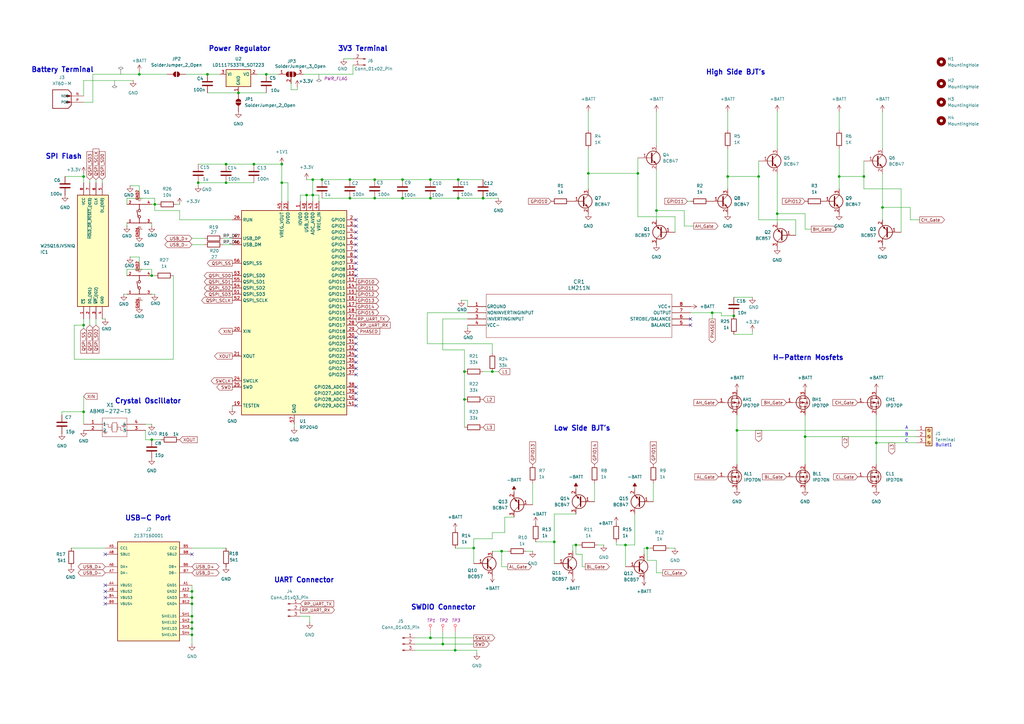
<source format=kicad_sch>
(kicad_sch (version 20231120) (generator "eeschema") (generator_version "8.0")
  (paper "A3")
  (title_block (title "SPROJ3EE Group 2 - ESC PCB") (date "2024-11-27") (rev "1.0") (company "SDU") (comment 1 "Author: Zayin"))
  (junction (at 115.57 67.31))
  (junction (at 269.24 86.36))
  (junction (at 132.08 73.66))
  (junction (at 205.74 226.06))
  (junction (at 62.23 180.34))
  (junction (at 181.61 264.16))
  (junction (at 236.22 223.52))
  (junction (at 165.1 81.28))
  (junction (at 354.33 72.39))
  (junction (at 78.74 255.27))
  (junction (at 165.1 73.66))
  (junction (at 57.15 30.48))
  (junction (at 292.1 128.27))
  (junction (at 194.31 224.79))
  (junction (at 81.28 74.93))
  (junction (at 153.67 73.66))
  (junction (at 109.22 30.48))
  (junction (at 92.71 74.93))
  (junction (at 344.17 72.39))
  (junction (at 115.57 74.93))
  (junction (at 62.23 113.03))
  (junction (at 227.33 222.25))
  (junction (at 34.29 168.91))
  (junction (at 187.96 73.66))
  (junction (at 78.74 260.35))
  (junction (at 143.51 73.66))
  (junction (at 265.43 224.79))
  (junction (at 298.45 72.39))
  (junction (at 261.62 71.12))
  (junction (at 311.15 72.39))
  (junction (at 241.3 71.12))
  (junction (at 190.5 163.83))
  (junction (at 176.53 73.66))
  (junction (at 97.79 38.1))
  (junction (at 92.71 67.31))
  (junction (at 256.54 223.52))
  (junction (at 63.5 83.82))
  (junction (at 359.41 181.61))
  (junction (at 128.27 73.66))
  (junction (at 330.2 179.07))
  (junction (at 104.14 67.31))
  (junction (at 78.74 257.81))
  (junction (at 187.96 81.28))
  (junction (at 153.67 81.28))
  (junction (at 34.29 72.39))
  (junction (at 300.99 129.54))
  (junction (at 176.53 261.62))
  (junction (at 186.69 266.7))
  (junction (at 78.74 245.11))
  (junction (at 143.51 81.28))
  (junction (at 78.74 247.65))
  (junction (at 302.26 176.53))
  (junction (at 85.09 30.48))
  (junction (at 78.74 252.73))
  (junction (at 176.53 81.28))
  (junction (at 190.5 152.4))
  (junction (at 78.74 242.57))
  (junction (at 128.27 80.01))
  (junction (at 34.29 133.35))
  (junction (at 201.93 152.4))
  (junction (at 198.12 81.28))
  (junction (at 125.73 80.01))
  (junction (at 361.95 85.09))
  (junction (at 318.77 87.63))
  (no_connect (at 146.05 95.25))
  (no_connect (at 43.18 247.65))
  (no_connect (at 43.18 240.03))
  (no_connect (at 43.18 227.33))
  (no_connect (at 283.21 130.81))
  (no_connect (at 146.05 140.97))
  (no_connect (at 146.05 166.37))
  (no_connect (at 146.05 151.13))
  (no_connect (at 146.05 146.05))
  (no_connect (at 146.05 100.33))
  (no_connect (at 43.18 245.11))
  (no_connect (at 146.05 153.67))
  (no_connect (at 78.74 227.33))
  (no_connect (at 146.05 105.41))
  (no_connect (at 146.05 158.75))
  (no_connect (at 43.18 242.57))
  (no_connect (at 146.05 102.87))
  (no_connect (at 146.05 113.03))
  (no_connect (at 146.05 110.49))
  (no_connect (at 146.05 90.17))
  (no_connect (at 146.05 148.59))
  (no_connect (at 146.05 163.83))
  (no_connect (at 146.05 143.51))
  (no_connect (at 146.05 161.29))
  (no_connect (at 146.05 92.71))
  (no_connect (at 146.05 107.95))
  (no_connect (at 146.05 97.79))
  (no_connect (at 146.05 138.43))
  (no_connect (at 283.21 133.35))
  (wire (pts (xy 308.61 135.89) (xy 308.61 137.16)))
  (wire (pts (xy 78.74 260.35) (xy 78.74 264.16)))
  (wire (pts (xy 118.11 74.93) (xy 118.11 82.55)))
  (wire (pts (xy 115.57 67.31) (xy 115.57 74.93)))
  (wire (pts (xy 361.95 85.09) (xy 373.38 85.09)))
  (wire (pts (xy 53.34 105.41) (xy 57.15 105.41)))
  (wire (pts (xy 143.51 81.28) (xy 153.67 81.28)))
  (wire (pts (xy 207.01 212.09) (xy 210.82 212.09)))
  (wire (pts (xy 234.95 223.52) (xy 234.95 226.06)))
  (wire (pts (xy 241.3 60.96) (xy 241.3 71.12)))
  (wire (pts (xy 170.18 266.7) (xy 186.69 266.7)))
  (wire (pts (xy 91.44 97.79) (xy 95.25 97.79)))
  (wire (pts (xy 283.21 128.27) (xy 292.1 128.27)))
  (wire (pts (xy 318.77 87.63) (xy 318.77 91.44)))
  (wire (pts (xy 369.57 77.47) (xy 354.33 77.47)))
  (wire (pts (xy 264.16 224.79) (xy 265.43 224.79)))
  (wire (pts (xy 186.69 259.08) (xy 186.69 266.7)))
  (wire (pts (xy 241.3 71.12) (xy 241.3 77.47)))
  (wire (pts (xy 201.93 218.44) (xy 201.93 220.98)))
  (wire (pts (xy 267.97 198.12) (xy 267.97 205.74)))
  (wire (pts (xy 123.19 252.73) (xy 127 252.73)))
  (wire (pts (xy 78.74 255.27) (xy 78.74 257.81)))
  (wire (pts (xy 298.45 72.39) (xy 311.15 72.39)))
  (wire (pts (xy 62.23 173.99) (xy 59.69 173.99)))
  (wire (pts (xy 205.74 226.06) (xy 205.74 232.41)))
  (wire (pts (xy 165.1 73.66) (xy 176.53 73.66)))
  (wire (pts (xy 236.22 227.33) (xy 238.76 227.33)))
  (wire (pts (xy 375.92 181.61) (xy 359.41 181.61)))
  (wire (pts (xy 201.93 218.44) (xy 207.01 218.44)))
  (wire (pts (xy 292.1 130.81) (xy 292.1 128.27)))
  (wire (pts (xy 62.23 110.49) (xy 62.23 113.03)))
  (wire (pts (xy 121.92 36.83) (xy 119.38 36.83)))
  (wire (pts (xy 198.12 73.66) (xy 187.96 73.66)))
  (wire (pts (xy 276.86 95.25) (xy 276.86 88.9)))
  (wire (pts (xy 302.26 176.53) (xy 302.26 190.5)))
  (wire (pts (xy 191.77 134.62) (xy 191.77 133.35)))
  (wire (pts (xy 34.29 71.12) (xy 34.29 72.39)))
  (wire (pts (xy 292.1 128.27) (xy 295.91 128.27)))
  (wire (pts (xy 78.74 242.57) (xy 78.74 245.11)))
  (wire (pts (xy 245.11 223.52) (xy 247.65 223.52)))
  (wire (pts (xy 175.26 140.97) (xy 201.93 140.97)))
  (wire (pts (xy 36.83 133.35) (xy 36.83 130.81)))
  (wire (pts (xy 330.2 93.98) (xy 332.74 93.98)))
  (wire (pts (xy 78.74 245.11) (xy 78.74 247.65)))
  (wire (pts (xy 128.27 80.01) (xy 130.81 80.01)))
  (wire (pts (xy 181.61 130.81) (xy 181.61 143.51)))
  (wire (pts (xy 123.19 80.01) (xy 125.73 80.01)))
  (wire (pts (xy 195.58 266.7) (xy 195.58 267.97)))
  (wire (pts (xy 73.66 90.17) (xy 73.66 86.36)))
  (wire (pts (xy 170.18 264.16) (xy 181.61 264.16)))
  (wire (pts (xy 57.15 30.48) (xy 68.58 30.48)))
  (wire (pts (xy 144.78 26.67) (xy 144.78 30.48)))
  (wire (pts (xy 276.86 88.9) (xy 261.62 88.9)))
  (wire (pts (xy 73.66 86.36) (xy 63.5 86.36)))
  (wire (pts (xy 238.76 227.33) (xy 238.76 232.41)))
  (wire (pts (xy 73.66 83.82) (xy 72.39 83.82)))
  (wire (pts (xy 57.15 76.2) (xy 57.15 78.74)))
  (wire (pts (xy 92.71 67.31) (xy 104.14 67.31)))
  (wire (pts (xy 81.28 74.93) (xy 92.71 74.93)))
  (wire (pts (xy 361.95 85.09) (xy 361.95 90.17)))
  (wire (pts (xy 269.24 234.95) (xy 271.78 234.95)))
  (wire (pts (xy 29.21 224.79) (xy 43.18 224.79)))
  (wire (pts (xy 269.24 229.87) (xy 269.24 234.95)))
  (wire (pts (xy 57.15 105.41) (xy 57.15 107.95)))
  (wire (pts (xy 261.62 64.77) (xy 261.62 71.12)))
  (wire (pts (xy 78.74 247.65) (xy 78.74 252.73)))
  (wire (pts (xy 189.23 123.19) (xy 191.77 123.19)))
  (wire (pts (xy 298.45 45.72) (xy 298.45 53.34)))
  (wire (pts (xy 62.23 92.71) (xy 62.23 91.44)))
  (wire (pts (xy 207.01 218.44) (xy 207.01 212.09)))
  (wire (pts (xy 36.83 73.66) (xy 36.83 74.93)))
  (wire (pts (xy 361.95 71.12) (xy 361.95 85.09)))
  (wire (pts (xy 264.16 224.79) (xy 264.16 227.33)))
  (wire (pts (xy 132.08 81.28) (xy 143.51 81.28)))
  (wire (pts (xy 204.47 152.4) (xy 201.93 152.4)))
  (wire (pts (xy 144.78 24.13) (xy 140.97 24.13)))
  (wire (pts (xy 34.29 41.91) (xy 38.1 41.91)))
  (wire (pts (xy 302.26 170.18) (xy 302.26 176.53)))
  (wire (pts (xy 337.82 82.55) (xy 336.55 82.55)))
  (wire (pts (xy 124.46 30.48) (xy 144.78 30.48)))
  (wire (pts (xy 330.2 170.18) (xy 330.2 179.07)))
  (wire (pts (xy 52.07 110.49) (xy 62.23 110.49)))
  (wire (pts (xy 78.74 224.79) (xy 92.71 224.79)))
  (wire (pts (xy 52.07 81.28) (xy 63.5 81.28)))
  (wire (pts (xy 298.45 72.39) (xy 298.45 77.47)))
  (wire (pts (xy 269.24 69.85) (xy 269.24 86.36)))
  (wire (pts (xy 186.69 224.79) (xy 194.31 224.79)))
  (wire (pts (xy 59.69 180.34) (xy 59.69 176.53)))
  (wire (pts (xy 52.07 83.82) (xy 52.07 81.28)))
  (wire (pts (xy 92.71 74.93) (xy 104.14 74.93)))
  (wire (pts (xy 34.29 72.39) (xy 34.29 74.93)))
  (wire (pts (xy 191.77 123.19) (xy 191.77 125.73)))
  (wire (pts (xy 269.24 86.36) (xy 280.67 86.36)))
  (wire (pts (xy 85.09 30.48) (xy 90.17 30.48)))
  (wire (pts (xy 34.29 33.02) (xy 54.61 33.02)))
  (wire (pts (xy 191.77 130.81) (xy 181.61 130.81)))
  (wire (pts (xy 26.67 72.39) (xy 34.29 72.39)))
  (wire (pts (xy 344.17 45.72) (xy 344.17 53.34)))
  (wire (pts (xy 219.71 222.25) (xy 227.33 222.25)))
  (wire (pts (xy 176.53 259.08) (xy 176.53 261.62)))
  (wire (pts (xy 114.3 30.48) (xy 109.22 30.48)))
  (wire (pts (xy 261.62 71.12) (xy 241.3 71.12)))
  (wire (pts (xy 85.09 38.1) (xy 97.79 38.1)))
  (wire (pts (xy 274.32 224.79) (xy 276.86 224.79)))
  (wire (pts (xy 127 252.73) (xy 127 255.27)))
  (wire (pts (xy 369.57 95.25) (xy 369.57 77.47)))
  (wire (pts (xy 281.94 82.55) (xy 283.21 82.55)))
  (wire (pts (xy 25.4 170.18) (xy 25.4 168.91)))
  (wire (pts (xy 243.84 198.12) (xy 243.84 205.74)))
  (wire (pts (xy 190.5 143.51) (xy 190.5 152.4)))
  (wire (pts (xy 43.18 130.81) (xy 41.91 130.81)))
  (wire (pts (xy 205.74 226.06) (xy 208.28 226.06)))
  (wire (pts (xy 318.77 87.63) (xy 330.2 87.63)))
  (wire (pts (xy 125.73 80.01) (xy 128.27 80.01)))
  (wire (pts (xy 187.96 81.28) (xy 198.12 81.28)))
  (wire (pts (xy 71.12 147.32) (xy 30.48 147.32)))
  (wire (pts (xy 62.23 113.03) (xy 63.5 113.03)))
  (wire (pts (xy 241.3 45.72) (xy 241.3 53.34)))
  (wire (pts (xy 38.1 30.48) (xy 57.15 30.48)))
  (wire (pts (xy 52.07 92.71) (xy 52.07 91.44)))
  (wire (pts (xy 354.33 77.47) (xy 354.33 72.39)))
  (wire (pts (xy 302.26 176.53) (xy 375.92 176.53)))
  (wire (pts (xy 25.4 168.91) (xy 34.29 168.91)))
  (wire (pts (xy 280.67 92.71) (xy 280.67 86.36)))
  (wire (pts (xy 34.29 133.35) (xy 34.29 134.62)))
  (wire (pts (xy 81.28 76.2) (xy 81.28 74.93)))
  (wire (pts (xy 298.45 60.96) (xy 298.45 72.39)))
  (wire (pts (xy 205.74 232.41) (xy 208.28 232.41)))
  (wire (pts (xy 39.37 133.35) (xy 39.37 130.81)))
  (wire (pts (xy 344.17 72.39) (xy 354.33 72.39)))
  (wire (pts (xy 260.35 210.82) (xy 260.35 223.52)))
  (wire (pts (xy 123.19 82.55) (xy 123.19 80.01)))
  (wire (pts (xy 53.34 76.2) (xy 57.15 76.2)))
  (wire (pts (xy 227.33 222.25) (xy 227.33 231.14)))
  (wire (pts (xy 194.31 220.98) (xy 194.31 224.79)))
  (wire (pts (xy 218.44 198.12) (xy 218.44 207.01)))
  (wire (pts (xy 50.8 120.65) (xy 52.07 120.65)))
  (wire (pts (xy 260.35 223.52) (xy 256.54 223.52)))
  (wire (pts (xy 91.44 100.33) (xy 95.25 100.33)))
  (wire (pts (xy 63.5 86.36) (xy 63.5 83.82)))
  (wire (pts (xy 176.53 73.66) (xy 187.96 73.66)))
  (wire (pts (xy 181.61 143.51) (xy 190.5 143.51)))
  (wire (pts (xy 359.41 181.61) (xy 359.41 190.5)))
  (wire (pts (xy 95.25 167.64) (xy 95.25 166.37)))
  (wire (pts (xy 78.74 240.03) (xy 78.74 242.57)))
  (wire (pts (xy 176.53 81.28) (xy 187.96 81.28)))
  (wire (pts (xy 30.48 147.32) (xy 30.48 133.35)))
  (wire (pts (xy 115.57 74.93) (xy 115.57 82.55)))
  (wire (pts (xy 238.76 232.41) (xy 240.03 232.41)))
  (wire (pts (xy 265.43 224.79) (xy 266.7 224.79)))
  (wire (pts (xy 295.91 128.27) (xy 295.91 129.54)))
  (wire (pts (xy 78.74 100.33) (xy 83.82 100.33)))
  (wire (pts (xy 165.1 81.28) (xy 176.53 81.28)))
  (wire (pts (xy 121.92 35.56) (xy 121.92 36.83)))
  (wire (pts (xy 181.61 259.08) (xy 181.61 264.16)))
  (wire (pts (xy 52.07 113.03) (xy 52.07 110.49)))
  (wire (pts (xy 318.77 45.72) (xy 318.77 60.96)))
  (wire (pts (xy 227.33 210.82) (xy 227.33 222.25)))
  (wire (pts (xy 105.41 30.48) (xy 109.22 30.48)))
  (wire (pts (xy 359.41 170.18) (xy 359.41 181.61)))
  (wire (pts (xy 62.23 83.82) (xy 63.5 83.82)))
  (wire (pts (xy 256.54 223.52) (xy 256.54 232.41)))
  (wire (pts (xy 30.48 133.35) (xy 34.29 133.35)))
  (wire (pts (xy 269.24 86.36) (xy 269.24 90.17)))
  (wire (pts (xy 63.5 81.28) (xy 63.5 83.82)))
  (wire (pts (xy 326.39 90.17) (xy 311.15 90.17)))
  (wire (pts (xy 71.12 113.03) (xy 71.12 147.32)))
  (wire (pts (xy 128.27 73.66) (xy 132.08 73.66)))
  (wire (pts (xy 330.2 87.63) (xy 330.2 93.98)))
  (wire (pts (xy 198.12 81.28) (xy 204.47 81.28)))
  (wire (pts (xy 330.2 179.07) (xy 375.92 179.07)))
  (wire (pts (xy 361.95 45.72) (xy 361.95 60.96)))
  (wire (pts (xy 191.77 128.27) (xy 175.26 128.27)))
  (wire (pts (xy 373.38 85.09) (xy 373.38 90.17)))
  (wire (pts (xy 190.5 163.83) (xy 190.5 175.26)))
  (wire (pts (xy 76.2 30.48) (xy 85.09 30.48)))
  (wire (pts (xy 236.22 210.82) (xy 227.33 210.82)))
  (wire (pts (xy 215.9 226.06) (xy 218.44 226.06)))
  (wire (pts (xy 186.69 266.7) (xy 195.58 266.7)))
  (wire (pts (xy 236.22 223.52) (xy 237.49 223.52)))
  (wire (pts (xy 201.93 140.97) (xy 201.93 144.78)))
  (wire (pts (xy 318.77 71.12) (xy 318.77 87.63)))
  (wire (pts (xy 153.67 73.66) (xy 165.1 73.66)))
  (wire (pts (xy 190.5 152.4) (xy 190.5 163.83)))
  (wire (pts (xy 120.65 175.26) (xy 120.65 173.99)))
  (wire (pts (xy 284.48 92.71) (xy 280.67 92.71)))
  (wire (pts (xy 234.95 223.52) (xy 236.22 223.52)))
  (wire (pts (xy 194.31 224.79) (xy 194.31 231.14)))
  (wire (pts (xy 265.43 229.87) (xy 269.24 229.87)))
  (wire (pts (xy 252.73 223.52) (xy 252.73 222.25)))
  (wire (pts (xy 62.23 180.34) (xy 66.04 180.34)))
  (wire (pts (xy 38.1 41.91) (xy 38.1 30.48)))
  (wire (pts (xy 34.29 162.56) (xy 34.29 168.91)))
  (wire (pts (xy 256.54 223.52) (xy 252.73 223.52)))
  (wire (pts (xy 354.33 66.04) (xy 354.33 72.39)))
  (wire (pts (xy 153.67 81.28) (xy 165.1 81.28)))
  (wire (pts (xy 97.79 38.1) (xy 109.22 38.1)))
  (wire (pts (xy 170.18 261.62) (xy 176.53 261.62)))
  (wire (pts (xy 41.91 73.66) (xy 41.91 74.93)))
  (wire (pts (xy 34.29 39.37) (xy 34.29 33.02)))
  (wire (pts (xy 308.61 121.92) (xy 300.99 121.92)))
  (wire (pts (xy 130.81 80.01) (xy 130.81 82.55)))
  (wire (pts (xy 236.22 223.52) (xy 236.22 227.33)))
  (wire (pts (xy 119.38 36.83) (xy 119.38 34.29)))
  (wire (pts (xy 57.15 30.48) (xy 57.15 29.21)))
  (wire (pts (xy 181.61 264.16) (xy 194.31 264.16)))
  (wire (pts (xy 63.5 120.65) (xy 62.23 120.65)))
  (wire (pts (xy 39.37 73.66) (xy 39.37 74.93)))
  (wire (pts (xy 201.93 152.4) (xy 198.12 152.4)))
  (wire (pts (xy 311.15 66.04) (xy 311.15 72.39)))
  (wire (pts (xy 34.29 130.81) (xy 34.29 133.35)))
  (wire (pts (xy 326.39 96.52) (xy 326.39 90.17)))
  (wire (pts (xy 308.61 137.16) (xy 300.99 137.16)))
  (wire (pts (xy 143.51 73.66) (xy 153.67 73.66)))
  (wire (pts (xy 295.91 129.54) (xy 300.99 129.54)))
  (wire (pts (xy 128.27 73.66) (xy 128.27 80.01)))
  (wire (pts (xy 176.53 261.62) (xy 194.31 261.62)))
  (wire (pts (xy 104.14 67.31) (xy 115.57 67.31)))
  (wire (pts (xy 125.73 73.66) (xy 128.27 73.66)))
  (wire (pts (xy 125.73 80.01) (xy 125.73 82.55)))
  (wire (pts (xy 201.93 226.06) (xy 205.74 226.06)))
  (wire (pts (xy 81.28 67.31) (xy 92.71 67.31)))
  (wire (pts (xy 330.2 179.07) (xy 330.2 190.5)))
  (wire (pts (xy 95.25 90.17) (xy 73.66 90.17)))
  (wire (pts (xy 311.15 72.39) (xy 311.15 90.17)))
  (wire (pts (xy 59.69 180.34) (xy 62.23 180.34)))
  (wire (pts (xy 373.38 90.17) (xy 377.19 90.17)))
  (wire (pts (xy 63.5 83.82) (xy 64.77 83.82)))
  (wire (pts (xy 175.26 128.27) (xy 175.26 140.97)))
  (wire (pts (xy 132.08 73.66) (xy 143.51 73.66)))
  (wire (pts (xy 265.43 224.79) (xy 265.43 229.87)))
  (wire (pts (xy 269.24 45.72) (xy 269.24 59.69)))
  (wire (pts (xy 201.93 220.98) (xy 194.31 220.98)))
  (wire (pts (xy 128.27 80.01) (xy 128.27 82.55)))
  (wire (pts (xy 34.29 168.91) (xy 34.29 173.99)))
  (wire (pts (xy 78.74 257.81) (xy 78.74 260.35)))
  (wire (pts (xy 118.11 74.93) (xy 115.57 74.93)))
  (wire (pts (xy 78.74 252.73) (xy 78.74 255.27)))
  (wire (pts (xy 344.17 72.39) (xy 344.17 77.47)))
  (wire (pts (xy 344.17 60.96) (xy 344.17 72.39)))
  (wire (pts (xy 261.62 71.12) (xy 261.62 88.9)))
  (wire (pts (xy 78.74 97.79) (xy 83.82 97.79)))
  (text "High Side BJT's" (at 301.752 29.718 0) (effects (font (size 2.032 2.032) (thickness 0.4064) (bold yes))))
  (text "SWDIO Connector\n" (at 181.864 249.174 0) (effects (font (size 2.032 2.032) (thickness 0.4064) (bold yes))))
  (text "A\n" (at 371.856 175.514 0) (effects (font (size 1.27 1.27))))
  (text "Low Side BJT's" (at 238.76 175.768 0) (effects (font (size 2.032 2.032) (thickness 0.4064) (bold yes))))
  (text "Power Regulator\n" (at 98.298 20.066 0) (effects (font (size 2.032 2.032) (thickness 0.4064) (bold yes))))
  (text "UART Connector\n" (at 124.714 237.998 0) (effects (font (size 2.032 2.032) (thickness 0.4064) (bold yes))))
  (text "USB-C Port\n" (at 60.706 212.598 0) (effects (font (size 2.032 2.032) (thickness 0.4064) (bold yes))))
  (text "H-Pattern Mosfets\n" (at 331.47 146.812 0) (effects (font (size 2.032 2.032) (thickness 0.4064) (bold yes))))
  (text "Crystal Oscillator" (at 60.706 164.592 0) (effects (font (size 2.032 2.032) (thickness 0.4064) (bold yes))))
  (text "Bullet1" (at 387.096 182.626 0) (effects (font (size 1.27 1.27))))
  (text "SPI Flash\n" (at 26.162 64.262 0) (effects (font (size 2.032 2.032) (thickness 0.4064) (bold yes))))
  (text "B" (at 371.856 178.308 0) (effects (font (size 1.27 1.27))))
  (text "C\n" (at 371.856 180.848 0) (effects (font (size 1.27 1.27))))
  (text "Battery Terminal\n" (at 25.654 28.702 0) (effects (font (size 2.032 2.032) (thickness 0.4064) (bold yes))))
  (text "3V3 Terminal\n" (at 148.844 20.066 0) (effects (font (size 2.032 2.032) (thickness 0.4064) (bold yes))))
  (label "RP_DN" (at 91.44 100.33 0))
  (label "RP_DP" (at 91.44 97.79 0))
  (global_label "XOUT" (shape output) (at 95.25 146.05 180) (property "Intersheetrefs" "${INTERSHEET_REFS}" (effects (hide yes))))
  (global_label "USB_D-" (shape bidirectional) (at 78.74 100.33 180) (property "Intersheetrefs" "${INTERSHEET_REFS}" (effects (hide yes))))
  (global_label "BH_Gate" (shape output) (at 332.74 93.98 0) (property "Intersheetrefs" "${INTERSHEET_REFS}" (effects (hide yes))))
  (global_label "GPIO12" (shape output) (at 146.05 120.65 0) (property "Intersheetrefs" "${INTERSHEET_REFS}" (effects (hide yes))))
  (global_label "GPIO15" (shape output) (at 146.05 128.27 0) (property "Intersheetrefs" "${INTERSHEET_REFS}" (effects (hide yes))))
  (global_label "SWD" (shape output) (at 194.31 264.16 0) (property "Intersheetrefs" "${INTERSHEET_REFS}" (effects (hide yes))))
  (global_label "GPIO10" (shape input) (at 226.06 82.55 180) (property "Intersheetrefs" "${INTERSHEET_REFS}" (effects (hide yes))))
  (global_label "L1" (shape output) (at 311.15 176.53 270) (property "Intersheetrefs" "${INTERSHEET_REFS}" (effects (hide yes))))
  (global_label "RP_UART_TX" (shape output) (at 146.05 130.81 0) (property "Intersheetrefs" "${INTERSHEET_REFS}" (effects (hide yes))))
  (global_label "GPIO14" (shape input) (at 243.84 190.5 90) (property "Intersheetrefs" "${INTERSHEET_REFS}" (effects (hide yes))))
  (global_label "SWD" (shape output) (at 95.25 158.75 180) (property "Intersheetrefs" "${INTERSHEET_REFS}" (effects (hide yes))))
  (global_label "SWCLK" (shape output) (at 95.25 156.21 180) (property "Intersheetrefs" "${INTERSHEET_REFS}" (effects (hide yes))))
  (global_label "GPIO14" (shape output) (at 146.05 125.73 0) (property "Intersheetrefs" "${INTERSHEET_REFS}" (effects (hide yes))))
  (global_label "QSPI_SD0" (shape output) (at 95.25 113.03 180) (property "Intersheetrefs" "${INTERSHEET_REFS}" (effects (hide yes))))
  (global_label "CH_Gate" (shape output) (at 377.19 90.17 0) (property "Intersheetrefs" "${INTERSHEET_REFS}" (effects (hide yes))))
  (global_label "BL_Gate" (shape output) (at 240.03 232.41 0) (property "Intersheetrefs" "${INTERSHEET_REFS}" (effects (hide yes))))
  (global_label "SWCLK" (shape output) (at 194.31 261.62 0) (property "Intersheetrefs" "${INTERSHEET_REFS}" (effects (hide yes))))
  (global_label "CL_Gate" (shape input) (at 351.79 195.58 180) (property "Intersheetrefs" "${INTERSHEET_REFS}" (effects (hide yes))))
  (global_label "CH_Gate" (shape input) (at 351.79 165.1 180) (property "Intersheetrefs" "${INTERSHEET_REFS}" (effects (hide yes))))
  (global_label "QSPI_SD2" (shape output) (at 95.25 118.11 180) (property "Intersheetrefs" "${INTERSHEET_REFS}" (effects (hide yes))))
  (global_label "XOUT" (shape input) (at 73.66 180.34 0) (property "Intersheetrefs" "${INTERSHEET_REFS}" (effects (hide yes))))
  (global_label "L2" (shape output) (at 346.71 179.07 270) (property "Intersheetrefs" "${INTERSHEET_REFS}" (effects (hide yes))))
  (global_label "RP_UART_RX" (shape input) (at 146.05 133.35 0) (property "Intersheetrefs" "${INTERSHEET_REFS}" (effects (hide yes))))
  (global_label "RP_UART_RX" (shape output) (at 123.19 250.19 0) (property "Intersheetrefs" "${INTERSHEET_REFS}" (effects (hide yes))))
  (global_label "QSPI_SD1" (shape output) (at 95.25 115.57 180) (property "Intersheetrefs" "${INTERSHEET_REFS}" (effects (hide yes))))
  (global_label "QSPI_SD3" (shape input) (at 36.83 73.66 90) (property "Intersheetrefs" "${INTERSHEET_REFS}" (effects (hide yes))))
  (global_label "L3" (shape output) (at 365.76 181.61 270) (property "Intersheetrefs" "${INTERSHEET_REFS}" (effects (hide yes))))
  (global_label "USB_D+" (shape bidirectional) (at 43.18 232.41 180) (property "Intersheetrefs" "${INTERSHEET_REFS}" (effects (hide yes))))
  (global_label "GPIO11" (shape input) (at 281.94 82.55 180) (property "Intersheetrefs" "${INTERSHEET_REFS}" (effects (hide yes))))
  (global_label "AL_Gate" (shape output) (at 208.28 232.41 0) (property "Intersheetrefs" "${INTERSHEET_REFS}" (effects (hide yes))))
  (global_label "PHASED" (shape input) (at 146.05 135.89 0) (property "Intersheetrefs" "${INTERSHEET_REFS}" (effects (hide yes))))
  (global_label "XIN" (shape output) (at 95.25 135.89 180) (property "Intersheetrefs" "${INTERSHEET_REFS}" (effects (hide yes))))
  (global_label "CL_Gate" (shape output) (at 271.78 234.95 0) (property "Intersheetrefs" "${INTERSHEET_REFS}" (effects (hide yes))))
  (global_label "GPIO11" (shape output) (at 146.05 118.11 0) (property "Intersheetrefs" "${INTERSHEET_REFS}" (effects (hide yes))))
  (global_label "USB_D+" (shape bidirectional) (at 78.74 232.41 0) (property "Intersheetrefs" "${INTERSHEET_REFS}" (effects (hide yes))))
  (global_label "USB_D+" (shape bidirectional) (at 78.74 97.79 180) (property "Intersheetrefs" "${INTERSHEET_REFS}" (effects (hide yes))))
  (global_label "QSPI_SCLK" (shape input) (at 39.37 73.66 90) (property "Intersheetrefs" "${INTERSHEET_REFS}" (effects (hide yes))))
  (global_label "RP_UART_TX" (shape input) (at 123.19 247.65 0) (property "Intersheetrefs" "${INTERSHEET_REFS}" (effects (hide yes))))
  (global_label "USB_D-" (shape bidirectional) (at 78.74 234.95 0) (property "Intersheetrefs" "${INTERSHEET_REFS}" (effects (hide yes))))
  (global_label "BL_Gate" (shape input) (at 322.58 195.58 180) (property "Intersheetrefs" "${INTERSHEET_REFS}" (effects (hide yes))))
  (global_label "GPIO13" (shape output) (at 146.05 123.19 0) (property "Intersheetrefs" "${INTERSHEET_REFS}" (effects (hide yes))))
  (global_label "QSPI_SD2" (shape input) (at 39.37 133.35 270) (property "Intersheetrefs" "${INTERSHEET_REFS}" (effects (hide yes))))
  (global_label "AH_Gate" (shape output) (at 284.48 92.71 0) (property "Intersheetrefs" "${INTERSHEET_REFS}" (effects (hide yes))))
  (global_label "USB_D-" (shape bidirectional) (at 43.18 234.95 180) (property "Intersheetrefs" "${INTERSHEET_REFS}" (effects (hide yes))))
  (global_label "QSPI_SD0" (shape input) (at 41.91 73.66 90) (property "Intersheetrefs" "${INTERSHEET_REFS}" (effects (hide yes))))
  (global_label "L3" (shape input) (at 198.12 175.26 0) (property "Intersheetrefs" "${INTERSHEET_REFS}" (effects (hide yes))))
  (global_label "GPIO10" (shape output) (at 146.05 115.57 0) (effects (font (thickness 0.1588))) (property "Intersheetrefs" "${INTERSHEET_REFS}" (effects (hide yes))))
  (global_label "QSPI_SD1" (shape input) (at 36.83 133.35 270) (property "Intersheetrefs" "${INTERSHEET_REFS}" (effects (hide yes))))
  (global_label "QSPI_SD3" (shape output) (at 95.25 120.65 180) (property "Intersheetrefs" "${INTERSHEET_REFS}" (effects (hide yes))))
  (global_label "L1" (shape input) (at 204.47 152.4 0) (property "Intersheetrefs" "${INTERSHEET_REFS}" (effects (hide yes))))
  (global_label "BH_Gate" (shape input) (at 322.58 165.1 180) (property "Intersheetrefs" "${INTERSHEET_REFS}" (effects (hide yes))))
  (global_label "GPIO12" (shape input) (at 330.2 82.55 180) (property "Intersheetrefs" "${INTERSHEET_REFS}" (effects (hide yes))))
  (global_label "GPIO13" (shape input) (at 218.44 190.5 90) (property "Intersheetrefs" "${INTERSHEET_REFS}" (effects (hide yes))))
  (global_label "AH_Gate" (shape input) (at 294.64 165.1 180) (property "Intersheetrefs" "${INTERSHEET_REFS}" (effects (hide yes))))
  (global_label "QSPI_SS" (shape output) (at 95.25 107.95 180) (property "Intersheetrefs" "${INTERSHEET_REFS}" (effects (hide yes))))
  (global_label "XIN" (shape input) (at 34.29 162.56 0) (property "Intersheetrefs" "${INTERSHEET_REFS}" (effects (hide yes))))
  (global_label "GPIO15" (shape input) (at 267.97 190.5 90) (property "Intersheetrefs" "${INTERSHEET_REFS}" (effects (hide yes))))
  (global_label "PHASED" (shape output) (at 292.1 130.81 270) (property "Intersheetrefs" "${INTERSHEET_REFS}" (effects (hide yes))))
  (global_label "L2" (shape input) (at 198.12 163.83 0) (property "Intersheetrefs" "${INTERSHEET_REFS}" (effects (hide yes))))
  (global_label "QSPI_SS" (shape input) (at 34.29 134.62 270) (property "Intersheetrefs" "${INTERSHEET_REFS}" (effects (hide yes))))
  (global_label "AL_Gate" (shape input) (at 294.64 195.58 180) (property "Intersheetrefs" "${INTERSHEET_REFS}" (effects (hide yes))))
  (global_label "QSPI_SCLK" (shape output) (at 95.25 123.19 180) (property "Intersheetrefs" "${INTERSHEET_REFS}" (effects (hide yes))))
  (netclass_flag "" (length 2.54) (shape round) (at 186.69 259.08 0) (property "Netclass" "TP3" (at 185.166 254.508 0) (effects (font (italic yes)) (justify left))))
  (netclass_flag "" (length 2.54) (shape round) (at 176.53 259.08 0) (property "Netclass" "TP1" (at 175.006 254.508 0) (effects (font (italic yes)) (justify left))))
  (netclass_flag "" (length 2.54) (shape diamond) (at 49.53 30.48 0) (property "Netclass" "PWR_FLAG" (effects (hide yes))))
  (netclass_flag "" (length 2.54) (shape diamond) (at 130.81 30.48 180) (property "Netclass" "PWR_FLAG" (at 142.494 32.258 0) (effects (font (italic yes)) (justify right))))
  (netclass_flag "" (length 2.54) (shape diamond) (at 46.99 33.02 180) (property "Netclass" "PWR_FLAG" (effects (hide yes))))
  (netclass_flag "" (length 2.54) (shape round) (at 181.61 259.08 0) (property "Netclass" "TP2" (at 180.086 254.508 0) (effects (font (italic yes)) (justify left))))
  (symbol (lib_id "power:GND") (at 78.74 264.16 0) (unit 1)
    (property "Reference" "#PWR047" (effects (hide yes)))
    (property "Value" "GND" (at 78.74 269.24 0))
    (property "Description" "Power symbol creates a global label with name \"GND\" , ground" (effects (hide yes)))
  )
  (symbol (lib_id "Device:C") (at 176.53 77.47 0) (unit 1)
    (property "Reference" "C10" (at 177.292 75.184 0) (effects (justify left)))
    (property "Value" "100n" (at 177.038 80.01 0) (effects (justify left)))
    (property "Footprint" "Capacitor_SMD:C_0805_2012Metric" (effects (hide yes)))
    (property "Description" "Unpolarized capacitor" (effects (hide yes)))
  )
  (symbol (lib_id "power:+BATT") (at 264.16 237.49 180) (unit 1)
    (property "Reference" "#PWR021" (effects (hide yes)))
    (property "Value" "+BATT" (at 264.16 242.57 0))
    (property "Description" "Power symbol creates a global label with name \"+BATT\"" (effects (hide yes)))
  )
  (symbol (lib_id "power:+3.3V") (at 121.92 35.56 0) (unit 1)
    (property "Reference" "#PWR042" (effects (hide yes)))
    (property "Value" "+3.3V" (at 125.476 33.274 0))
    (property "Description" "Power symbol creates a global label with name \"+3.3V\"" (effects (hide yes)))
  )
  (symbol (lib_id "Transistor_BJT:BC847") (at 359.41 66.04 0) (unit 1)
    (property "Reference" "Q6" (at 364.49 64.7699 0) (effects (justify left)))
    (property "Value" "BC847" (at 364.49 67.3099 0) (effects (justify left)))
    (property "Footprint" "Package_TO_SOT_SMD:SOT-23" (effects (hide yes)))
    (property "Datasheet" "http://www.infineon.com/dgdl/Infineon-BC847SERIES_BC848SERIES_BC849SERIES_BC850SERIES-DS-v01_01-en.pdf?fileId=db3a304314dca389011541d4630a1657" (effects (hide yes)))
    (property "Description" "0.1A Ic, 45V Vce, NPN Transistor, SOT-23" (effects (hide yes)))
  )
  (symbol (lib_id "Device:R") (at 287.02 82.55 90) (unit 1)
    (property "Reference" "R2" (at 287.02 76.2 90))
    (property "Value" "1k" (at 287.02 78.74 90))
    (property "Footprint" "Resistor_SMD:R_0805_2012Metric" (effects (hide yes)))
    (property "Description" "Resistor" (effects (hide yes)))
  )
  (symbol (lib_id "Transistor_BJT:BC847") (at 316.23 66.04 0) (unit 1)
    (property "Reference" "Q5" (at 321.31 64.7699 0) (effects (justify left)))
    (property "Value" "BC847" (at 321.31 67.3099 0) (effects (justify left)))
    (property "Footprint" "Package_TO_SOT_SMD:SOT-23" (effects (hide yes)))
    (property "Datasheet" "http://www.infineon.com/dgdl/Infineon-BC847SERIES_BC848SERIES_BC849SERIES_BC850SERIES-DS-v01_01-en.pdf?fileId=db3a304314dca389011541d4630a1657" (effects (hide yes)))
    (property "Description" "0.1A Ic, 45V Vce, NPN Transistor, SOT-23" (effects (hide yes)))
  )
  (symbol (lib_id "power:GND") (at 330.2 200.66 0) (unit 1)
    (property "Reference" "#PWR017" (effects (hide yes)))
    (property "Value" "GND" (at 330.2 205.74 0))
    (property "Description" "Power symbol creates a global label with name \"GND\" , ground" (effects (hide yes)))
  )
  (symbol (lib_id "Transistor_BJT:BC847") (at 341.63 82.55 0) (unit 1)
    (property "Reference" "Q9" (at 346.71 81.2799 0) (effects (justify left)))
    (property "Value" "BC847" (at 346.71 83.8199 0) (effects (justify left)))
    (property "Footprint" "Package_TO_SOT_SMD:SOT-23" (effects (hide yes)))
    (property "Datasheet" "http://www.infineon.com/dgdl/Infineon-BC847SERIES_BC848SERIES_BC849SERIES_BC850SERIES-DS-v01_01-en.pdf?fileId=db3a304314dca389011541d4630a1657" (effects (hide yes)))
    (property "Description" "0.1A Ic, 45V Vce, NPN Transistor, SOT-23" (effects (hide yes)))
  )
  (symbol (lib_id "power:+BATT") (at 344.17 45.72 0) (unit 1)
    (property "Reference" "#PWR07" (effects (hide yes)))
    (property "Value" "+BATT" (at 344.17 40.64 0))
    (property "Description" "Power symbol creates a global label with name \"+BATT\"" (effects (hide yes)))
  )
  (symbol (lib_id "Device:R") (at 298.45 57.15 0) (unit 1)
    (property "Reference" "R5" (at 300.99 55.8799 0) (effects (justify left)))
    (property "Value" "1K" (at 300.99 58.4199 0) (effects (justify left)))
    (property "Footprint" "Resistor_SMD:R_0805_2012Metric" (effects (hide yes)))
    (property "Description" "Resistor" (effects (hide yes)))
  )
  (symbol (lib_id "Device:R") (at 67.31 113.03 90) (unit 1)
    (property "Reference" "R27" (at 67.31 106.68 90))
    (property "Value" "1k" (at 67.31 109.22 90))
    (property "Footprint" "Resistor_SMD:R_0805_2012Metric" (effects (hide yes)))
    (property "Description" "Resistor" (effects (hide yes)))
  )
  (symbol (lib_id "power:+BATT") (at 234.95 236.22 180) (unit 1)
    (property "Reference" "#PWR020" (effects (hide yes)))
    (property "Value" "+BATT" (at 234.95 241.3 0))
    (property "Description" "Power symbol creates a global label with name \"+BATT\"" (effects (hide yes)))
  )
  (symbol (lib_id "Device:Q_PMOS_GSD") (at 299.72 165.1 0) (unit 1)
    (property "Reference" "AH1" (at 304.546 163.83 0) (effects (justify left)))
    (property "Value" "IPD70P" (at 304.546 166.37 0) (effects (justify left)))
    (property "Footprint" "SPROGEE3:IPD70P04P4L08ATMA2" (effects (hide yes)))
    (property "Description" "P-MOSFET transistor, gate/source/drain" (effects (hide yes)))
  )
  (symbol (lib_id "Mechanical:MountingHole") (at 386.08 34.29 0) (unit 1) (exclude_from_sim yes) (in_bom no)
    (property "Reference" "H2" (at 388.62 33.0199 0) (effects (justify left)))
    (property "Value" "MountingHole" (at 388.62 35.5599 0) (effects (justify left)))
    (property "Footprint" "MountingHole:MountingHole_3.2mm_M3" (effects (hide yes)))
    (property "Description" "Mounting Hole without connection" (effects (hide yes)))
  )
  (symbol (lib_id "Device:C") (at 198.12 77.47 0) (unit 1)
    (property "Reference" "C12" (at 198.374 75.184 0) (effects (justify left)))
    (property "Value" "100n" (at 199.136 79.756 0) (effects (justify left)))
    (property "Footprint" "Capacitor_SMD:C_0805_2012Metric" (effects (hide yes)))
    (property "Description" "Unpolarized capacitor" (effects (hide yes)))
  )
  (symbol (lib_id "power:GND") (at 204.47 81.28 0) (unit 1)
    (property "Reference" "#PWR02" (effects (hide yes)))
    (property "Value" "GND" (at 204.47 86.36 0))
    (property "Description" "Power symbol creates a global label with name \"GND\" , ground" (effects (hide yes)))
  )
  (symbol (lib_id "Device:R") (at 92.71 228.6 180) (unit 1)
    (property "Reference" "R18" (at 97.79 227.076 0) (effects (justify left)))
    (property "Value" "5k1" (at 97.79 229.616 0) (effects (justify left)))
    (property "Footprint" "Resistor_SMD:R_0805_2012Metric" (effects (hide yes)))
    (property "Description" "Resistor" (effects (hide yes)))
  )
  (symbol (lib_id "Device:C") (at 104.14 71.12 0) (unit 1)
    (property "Reference" "C13" (at 105.41 68.834 0) (effects (justify left)))
    (property "Value" "100n" (at 105.41 73.406 0) (effects (justify left)))
    (property "Footprint" "Capacitor_SMD:C_0805_2012Metric" (effects (hide yes)))
    (property "Description" "Unpolarized capacitor" (effects (hide yes)))
  )
  (symbol (lib_id "power:GND") (at 298.45 87.63 0) (unit 1)
    (property "Reference" "#PWR043" (effects (hide yes)))
    (property "Value" "GND" (at 298.45 92.71 0))
    (property "Description" "Power symbol creates a global label with name \"GND\" , ground" (effects (hide yes)))
  )
  (symbol (lib_id "power:+BATT") (at 318.77 45.72 0) (unit 1)
    (property "Reference" "#PWR08" (effects (hide yes)))
    (property "Value" "+BATT" (at 318.77 40.64 0))
    (property "Description" "Power symbol creates a global label with name \"+BATT\"" (effects (hide yes)))
  )
  (symbol (lib_id "power:GND") (at 97.79 45.72 0) (unit 1)
    (property "Reference" "#PWR041" (effects (hide yes)))
    (property "Value" "GND" (at 97.79 50.8 0))
    (property "Description" "Power symbol creates a global label with name \"GND\" , ground" (effects (hide yes)))
  )
  (symbol (lib_id "2024-11-18_13-43-50:ABM8-272-T3") (at 34.29 173.99 0) (unit 1)
    (property "Reference" "X1" (at 45.212 166.116 0) (effects (font (size 1.524 1.524))))
    (property "Value" "ABM8-272-T3" (at 45.212 168.656 0) (effects (font (size 1.524 1.524))))
    (property "Footprint" "SPROGEE3:ABM8-272-T3_ABR" (effects (hide yes)))
    (property "Datasheet" "ABM8-272-T3" (effects (hide yes)))
  )
  (symbol (lib_id "power:+BATT") (at 359.41 160.02 0) (unit 1)
    (property "Reference" "#PWR012" (effects (hide yes)))
    (property "Value" "+BATT" (at 359.41 154.94 0))
    (property "Description" "Power symbol creates a global label with name \"+BATT\"" (effects (hide yes)))
  )
  (symbol (lib_id "Device:C") (at 187.96 77.47 0) (unit 1)
    (property "Reference" "C11" (at 188.468 75.184 0) (effects (justify left)))
    (property "Value" "100n" (at 188.976 79.756 0) (effects (justify left)))
    (property "Footprint" "Capacitor_SMD:C_0805_2012Metric" (effects (hide yes)))
    (property "Description" "Unpolarized capacitor" (effects (hide yes)))
  )
  (symbol (lib_id "Device:R") (at 69.85 180.34 90) (unit 1)
    (property "Reference" "R16" (at 67.056 178.054 90))
    (property "Value" "1k" (at 72.136 178.054 90))
    (property "Footprint" "Resistor_SMD:R_0805_2012Metric" (effects (hide yes)))
    (property "Description" "Resistor" (effects (hide yes)))
  )
  (symbol (lib_id "Connector:Screw_Terminal_01x03") (at 381 179.07 0) (unit 1)
    (property "Reference" "J1" (at 383.54 177.7999 0) (effects (justify left)))
    (property "Value" "Terminal" (at 383.54 180.3399 0) (effects (justify left)))
    (property "Footprint" "TerminalBlock:TerminalBlock_Altech_AK300-3_P5.00mm" (effects (hide yes)))
    (property "Description" "Generic screw terminal, single row, 01x03, script generated (kicad-library-utils/schlib/autogen/connector/)" (effects (hide yes)))
  )
  (symbol (lib_id "power:GND") (at 26.67 80.01 0) (unit 1)
    (property "Reference" "#PWR031" (effects (hide yes)))
    (property "Value" "GND" (at 26.67 85.09 0))
    (property "Description" "Power symbol creates a global label with name \"GND\" , ground" (effects (hide yes)))
  )
  (symbol (lib_id "Jumper:SolderJumper_2_Open") (at 72.39 30.48 180) (unit 1) (exclude_from_sim yes) (in_bom no)
    (property "Reference" "JP2" (at 72.39 24.13 0))
    (property "Value" "SolderJumper_2_Open" (at 72.39 26.67 0))
    (property "Footprint" "Jumper:SolderJumper-2_P1.3mm_Open_RoundedPad1.0x1.5mm" (effects (hide yes)))
    (property "Description" "Solder Jumper, 2-pole, open" (effects (hide yes)))
  )
  (symbol (lib_id "Device:C") (at 85.09 34.29 0) (unit 1)
    (property "Reference" "C4" (at 80.772 32.258 0) (effects (justify left)))
    (property "Value" "100n" (at 79.248 36.83 0) (effects (justify left)))
    (property "Footprint" "Capacitor_SMD:C_0805_2012Metric" (effects (hide yes)))
    (property "Description" "Unpolarized capacitor" (effects (hide yes)))
  )
  (symbol (lib_id "Mechanical:MountingHole") (at 386.08 41.91 0) (unit 1) (exclude_from_sim yes) (in_bom no)
    (property "Reference" "H3" (at 388.62 40.6399 0) (effects (justify left)))
    (property "Value" "MountingHole" (at 388.62 43.1799 0) (effects (justify left)))
    (property "Footprint" "MountingHole:MountingHole_3.2mm_M3" (effects (hide yes)))
    (property "Description" "Mounting Hole without connection" (effects (hide yes)))
  )
  (symbol (lib_id "power:GND") (at 43.18 130.81 0) (unit 1)
    (property "Reference" "#PWR032" (effects (hide yes)))
    (property "Value" "GND" (at 43.688 134.874 0))
    (property "Description" "Power symbol creates a global label with name \"GND\" , ground" (effects (hide yes)))
  )
  (symbol (lib_id "power:GND") (at 247.65 223.52 0) (unit 1)
    (property "Reference" "#PWR026" (effects (hide yes)))
    (property "Value" "GND" (at 247.65 228.6 0))
    (property "Description" "Power symbol creates a global label with name \"GND\" , ground" (effects (hide yes)))
  )
  (symbol (lib_id "power:GND") (at 52.07 92.71 0) (unit 1)
    (property "Reference" "#PWR065" (effects (hide yes)))
    (property "Value" "GND" (at 54.102 96.774 0) (effects (justify right)))
    (property "Description" "Power symbol creates a global label with name \"GND\" , ground" (effects (hide yes)))
  )
  (symbol (lib_id "Device:R") (at 344.17 57.15 0) (unit 1)
    (property "Reference" "R6" (at 346.71 55.8799 0) (effects (justify left)))
    (property "Value" "1K" (at 346.71 58.4199 0) (effects (justify left)))
    (property "Footprint" "Resistor_SMD:R_0805_2012Metric" (effects (hide yes)))
    (property "Description" "Resistor" (effects (hide yes)))
  )
  (symbol (lib_id "LM211N Comparator:LM211N") (at 191.77 125.73 0) (unit 1)
    (property "Reference" "CR1" (at 237.49 115.57 0) (effects (font (size 1.524 1.524))))
    (property "Value" "LM211N" (at 237.49 118.11 0) (effects (font (size 1.524 1.524))))
    (property "Footprint" "SPROGEE3:DIP-8_STM" (effects (hide yes)))
    (property "Datasheet" "LM211N" (effects (hide yes)))
  )
  (symbol (lib_id "Device:R") (at 267.97 194.31 0) (unit 1)
    (property "Reference" "R9" (at 270.51 193.0399 0) (effects (justify left)))
    (property "Value" "1k" (at 270.51 195.5799 0) (effects (justify left)))
    (property "Footprint" "Resistor_SMD:R_0805_2012Metric" (effects (hide yes)))
    (property "Description" "Resistor" (effects (hide yes)))
  )
  (symbol (lib_id "power:GND") (at 54.61 33.02 0) (unit 1)
    (property "Reference" "#PWR01" (effects (hide yes)))
    (property "Value" "GND" (at 54.61 38.1 0))
    (property "Description" "Power symbol creates a global label with name \"GND\" , ground" (effects (hide yes)))
  )
  (symbol (lib_id "power:GND") (at 34.29 176.53 0) (unit 1)
    (property "Reference" "#PWR033" (effects (hide yes)))
    (property "Value" "GND" (at 34.29 180.848 0))
    (property "Description" "Power symbol creates a global label with name \"GND\" , ground" (effects (hide yes)))
  )
  (symbol (lib_id "Transistor_BJT:BC857") (at 271.78 95.25 180) (unit 1)
    (property "Reference" "Q1" (at 266.7 93.9799 0) (effects (justify left)))
    (property "Value" "BC857" (at 266.7 96.5199 0) (effects (justify left)))
    (property "Footprint" "Package_TO_SOT_SMD:SOT-23" (effects (hide yes)))
    (property "Datasheet" "https://www.onsemi.com/pub/Collateral/BC860-D.pdf" (effects (hide yes)))
    (property "Description" "0.1A Ic, 45V Vce, PNP Transistor, SOT-23" (effects (hide yes)))
  )
  (symbol (lib_id "power:+BATT") (at 186.69 217.17 0) (unit 1)
    (property "Reference" "#PWR028" (effects (hide yes)))
    (property "Value" "+BATT" (at 186.69 212.09 0))
    (property "Description" "Power symbol creates a global label with name \"+BATT\"" (effects (hide yes)))
  )
  (symbol (lib_id "Transistor_BJT:BC847") (at 213.36 207.01 180) (unit 1)
    (property "Reference" "Q13" (at 208.28 205.7399 0) (effects (justify left)))
    (property "Value" "BC847" (at 208.28 208.2799 0) (effects (justify left)))
    (property "Footprint" "Package_TO_SOT_SMD:SOT-23" (effects (hide yes)))
    (property "Datasheet" "http://www.infineon.com/dgdl/Infineon-BC847SERIES_BC848SERIES_BC849SERIES_BC850SERIES-DS-v01_01-en.pdf?fileId=db3a304314dca389011541d4630a1657" (effects (hide yes)))
    (property "Description" "0.1A Ic, 45V Vce, NPN Transistor, SOT-23" (effects (hide yes)))
  )
  (symbol (lib_id "Transistor_BJT:BC857") (at 199.39 231.14 0) (unit 1)
    (property "Reference" "Q10" (at 191.77 233.934 0) (effects (justify left)))
    (property "Value" "BC857" (at 191.77 236.474 0) (effects (justify left)))
    (property "Footprint" "Package_TO_SOT_SMD:SOT-23" (effects (hide yes)))
    (property "Datasheet" "https://www.onsemi.com/pub/Collateral/BC860-D.pdf" (effects (hide yes)))
    (property "Description" "0.1A Ic, 45V Vce, PNP Transistor, SOT-23" (effects (hide yes)))
  )
  (symbol (lib_id "power:+1V1") (at 115.57 67.31 0) (unit 1)
    (property "Reference" "#PWR053" (effects (hide yes)))
    (property "Value" "+1V1" (at 115.57 62.23 0))
    (property "Description" "Power symbol creates a global label with name \"+1V1\"" (effects (hide yes)))
  )
  (symbol (lib_id "Device:C") (at 25.4 173.99 0) (unit 1)
    (property "Reference" "C7" (at 26.67 171.196 0) (effects (justify left)))
    (property "Value" "15p" (at 26.924 177.038 0) (effects (justify left)))
    (property "Footprint" "Capacitor_SMD:C_0805_2012Metric" (effects (hide yes)))
    (property "Description" "Unpolarized capacitor" (effects (hide yes)))
  )
  (symbol (lib_id "Device:R") (at 186.69 220.98 0) (unit 1)
    (property "Reference" "R14" (at 189.23 219.7099 0) (effects (justify left)))
    (property "Value" "1k" (at 189.23 222.2499 0) (effects (justify left)))
    (property "Footprint" "Resistor_SMD:R_0805_2012Metric" (effects (hide yes)))
    (property "Description" "Resistor" (effects (hide yes)))
  )
  (symbol (lib_id "power:+BATT") (at 201.93 236.22 180) (unit 1)
    (property "Reference" "#PWR019" (effects (hide yes)))
    (property "Value" "+BATT" (at 201.93 241.3 0))
    (property "Description" "Power symbol creates a global label with name \"+BATT\"" (effects (hide yes)))
  )
  (symbol (lib_id "Device:R") (at 87.63 97.79 90) (unit 1)
    (property "Reference" "R19" (at 87.63 93.218 90))
    (property "Value" "27" (at 87.63 95.25 90))
    (property "Footprint" "Resistor_SMD:R_0805_2012Metric" (effects (hide yes)))
    (property "Description" "Resistor" (effects (hide yes)))
  )
  (symbol (lib_id "Device:R") (at 252.73 218.44 0) (unit 1)
    (property "Reference" "R15" (at 255.27 217.1699 0) (effects (justify left)))
    (property "Value" "1k" (at 255.27 219.7099 0) (effects (justify left)))
    (property "Footprint" "Resistor_SMD:R_0805_2012Metric" (effects (hide yes)))
    (property "Description" "Resistor" (effects (hide yes)))
  )
  (symbol (lib_id "power:GND") (at 62.23 187.96 0) (unit 1)
    (property "Reference" "#PWR036" (effects (hide yes)))
    (property "Value" "GND" (at 62.23 193.04 0))
    (property "Description" "Power symbol creates a global label with name \"GND\" , ground" (effects (hide yes)))
  )
  (symbol (lib_id "power:GND") (at 276.86 224.79 0) (unit 1)
    (property "Reference" "#PWR027" (effects (hide yes)))
    (property "Value" "GND" (at 276.86 229.87 0))
    (property "Description" "Power symbol creates a global label with name \"GND\" , ground" (effects (hide yes)))
  )
  (symbol (lib_id "power:+BATT") (at 302.26 160.02 0) (unit 1)
    (property "Reference" "#PWR010" (effects (hide yes)))
    (property "Value" "+BATT" (at 302.26 154.94 0))
    (property "Description" "Power symbol creates a global label with name \"+BATT\"" (effects (hide yes)))
  )
  (symbol (lib_id "power:+BATT") (at 298.45 45.72 0) (unit 1)
    (property "Reference" "#PWR06" (effects (hide yes)))
    (property "Value" "+BATT" (at 298.45 40.64 0))
    (property "Description" "Power symbol creates a global label with name \"+BATT\"" (effects (hide yes)))
  )
  (symbol (lib_id "Device:R") (at 241.3 57.15 0) (unit 1)
    (property "Reference" "R4" (at 243.84 55.8799 0) (effects (justify left)))
    (property "Value" "1K" (at 243.84 58.4199 0) (effects (justify left)))
    (property "Footprint" "Resistor_SMD:R_0805_2012Metric" (effects (hide yes)))
    (property "Description" "Resistor" (effects (hide yes)))
  )
  (symbol (lib_id "W25Q16JVSNIQ:W25Q16JVSNIQ") (at 34.29 130.81 90) (unit 1)
    (property "Reference" "IC1" (at 16.51 103.378 90) (effects (justify right)))
    (property "Value" "W25Q16JVSNIQ" (at 16.51 100.838 90) (effects (justify right)))
    (property "Footprint" "SPROGEE3:W25Q" (effects (hide yes)))
    (property "MANUFACTURER_NAME" "Winbond" (effects (hide yes)))
    (property "MF" "Winbond Electronics" (effects (hide yes)))
    (property "MOUSER_PRICE-STOCK" "https://www.mouser.co.uk/ProductDetail/Winbond/W25Q16JVSNIQ?qs=qSfuJ%252Bfl%2Fd5tzEnNt99V4A%3D%3D" (effects (hide yes)))
    (property "DESCRIPTION" "NOR Flash spiFlash, 3V, 16M-bit, 4Kb Uniform Sector" (effects (hide yes)))
    (property "MOUSER_PART_NUMBER" "454-W25Q16JVSNIQ" (effects (hide yes)))
    (property "Price" "None" (effects (hide yes)))
    (property "Package" "SOIC-8 Winbond" (effects (hide yes)))
    (property "Check_prices" "https://www.snapeda.com/parts/W25Q16JVSNIQ/Winbond+Electronics/view-part/?ref=eda" (effects (hide yes)))
    (property "HEIGHT" "1.75mm" (effects (hide yes)))
    (property "SnapEDA_Link" "https://www.snapeda.com/parts/W25Q16JVSNIQ/Winbond+Electronics/view-part/?ref=snap" (effects (hide yes)))
    (property "MP" "W25Q16JVSNIQ" (effects (hide yes)))
    (property "Description_1" "\n                        \n                            FLASH - NOR Memory IC 16Mb (2M x 8) SPI - Quad I/O 133 MHz 8-SOIC\n                        \n" (effects (hide yes)))
    (property "Availability" "In Stock" (effects (hide yes)))
    (property "MANUFACTURER_PART_NUMBER" "W25Q16JVSNIQ" (effects (hide yes)))
  )
  (symbol (lib_id "power:GND") (at 50.8 120.65 0) (unit 1)
    (property "Reference" "#PWR064" (effects (hide yes)))
    (property "Value" "GND" (at 52.832 124.714 0) (effects (justify right)))
    (property "Description" "Power symbol creates a global label with name \"GND\" , ground" (effects (hide yes)))
  )
  (symbol (lib_id "power:GND") (at 95.25 167.64 0) (unit 1)
    (property "Reference" "#PWR040" (effects (hide yes)))
    (property "Value" "GND" (at 95.25 172.72 0))
    (property "Description" "Power symbol creates a global label with name \"GND\" , ground" (effects (hide yes)))
  )
  (symbol (lib_id "power:+BATT") (at 57.15 29.21 0) (unit 1)
    (property "Reference" "#PWR048" (effects (hide yes)))
    (property "Value" "+BATT" (at 57.15 24.892 0))
    (property "Description" "Power symbol creates a global label with name \"+BATT\"" (effects (hide yes)))
  )
  (symbol (lib_id "power:+3.3V") (at 34.29 71.12 0) (unit 1)
    (property "Reference" "#PWR038" (effects (hide yes)))
    (property "Value" "+3.3V" (at 30.226 69.596 0))
    (property "Description" "Power symbol creates a global label with name \"+3.3V\"" (effects (hide yes)))
  )
  (symbol (lib_id "Jumper:SolderJumper_3_Open") (at 119.38 30.48 0) (unit 1) (exclude_from_sim yes) (in_bom no)
    (property "Reference" "JP3" (at 119.634 25.146 0))
    (property "Value" "SolderJumper_3_Open" (at 123.19 27.178 0))
    (property "Footprint" "Jumper:SolderJumper-3_P1.3mm_Open_Pad1.0x1.5mm_NumberLabels" (effects (hide yes)))
    (property "Description" "Solder Jumper, 3-pole, open" (effects (hide yes)))
  )
  (symbol (lib_id "power:GND") (at 269.24 100.33 0) (unit 1)
    (property "Reference" "#PWR013" (effects (hide yes)))
    (property "Value" "GND" (at 269.24 105.41 0))
    (property "Description" "Power symbol creates a global label with name \"GND\" , ground" (effects (hide yes)))
  )
  (symbol (lib_id "power:GND") (at 195.58 267.97 0) (unit 1)
    (property "Reference" "#PWR051" (effects (hide yes)))
    (property "Value" "GND" (at 195.58 273.05 0))
    (property "Description" "Power symbol creates a global label with name \"GND\" , ground" (effects (hide yes)))
  )
  (symbol (lib_id "Device:R") (at 194.31 175.26 90) (unit 1)
    (property "Reference" "R23" (at 194.31 168.91 90))
    (property "Value" "33k" (at 194.31 171.45 90))
    (property "Footprint" "Resistor_SMD:R_0805_2012Metric" (effects (hide yes)))
    (property "Description" "Resistor" (effects (hide yes)))
  )
  (symbol (lib_id "power:+3.3V") (at 125.73 73.66 0) (unit 1)
    (property "Reference" "#PWR039" (effects (hide yes)))
    (property "Value" "+3.3V" (at 125.73 68.58 0))
    (property "Description" "Power symbol creates a global label with name \"+3.3V\"" (effects (hide yes)))
  )
  (symbol (lib_id "Transistor_BJT:BC857") (at 364.49 95.25 180) (unit 1)
    (property "Reference" "Q3" (at 359.41 93.9799 0) (effects (justify left)))
    (property "Value" "BC857" (at 359.41 96.5199 0) (effects (justify left)))
    (property "Footprint" "Package_TO_SOT_SMD:SOT-23" (effects (hide yes)))
    (property "Datasheet" "https://www.onsemi.com/pub/Collateral/BC860-D.pdf" (effects (hide yes)))
    (property "Description" "0.1A Ic, 45V Vce, PNP Transistor, SOT-23" (effects (hide yes)))
  )
  (symbol (lib_id "Device:R") (at 300.99 133.35 0) (unit 1)
    (property "Reference" "R25" (at 295.402 131.826 0) (effects (justify left)))
    (property "Value" "1k" (at 296.672 134.366 0) (effects (justify left)))
    (property "Footprint" "Resistor_SMD:R_0805_2012Metric" (effects (hide yes)))
    (property "Description" "Resistor" (effects (hide yes)))
  )
  (symbol (lib_id "power:+BATT") (at 361.95 45.72 0) (unit 1)
    (property "Reference" "#PWR09" (effects (hide yes)))
    (property "Value" "+BATT" (at 361.95 40.64 0))
    (property "Description" "Power symbol creates a global label with name \"+BATT\"" (effects (hide yes)))
  )
  (symbol (lib_id "power:GND") (at 359.41 200.66 0) (unit 1)
    (property "Reference" "#PWR018" (effects (hide yes)))
    (property "Value" "GND" (at 359.41 205.74 0))
    (property "Description" "Power symbol creates a global label with name \"GND\" , ground" (effects (hide yes)))
  )
  (symbol (lib_id "Device:C") (at 81.28 71.12 0) (unit 1)
    (property "Reference" "C15" (at 82.042 68.58 0) (effects (justify left)))
    (property "Value" "1u" (at 83.058 73.406 0) (effects (justify left)))
    (property "Footprint" "Capacitor_SMD:C_0805_2012Metric" (effects (hide yes)))
    (property "Description" "Unpolarized capacitor" (effects (hide yes)))
  )
  (symbol (lib_id "power:GND") (at 57.15 96.52 0) (unit 1)
    (property "Reference" "#PWR059" (effects (hide yes)))
    (property "Value" "GND" (at 57.15 100.584 0))
    (property "Description" "Power symbol creates a global label with name \"GND\" , ground" (effects (hide yes)))
  )
  (symbol (lib_id "Device:C") (at 143.51 77.47 0) (unit 1)
    (property "Reference" "C2" (at 144.272 75.184 0) (effects (justify left)))
    (property "Value" "100n" (at 144.526 79.756 0) (effects (justify left)))
    (property "Footprint" "Capacitor_SMD:C_0805_2012Metric" (effects (hide yes)))
    (property "Description" "Unpolarized capacitor" (effects (hide yes)))
  )
  (symbol (lib_id "power:GND") (at 127 255.27 0) (unit 1)
    (property "Reference" "#PWR050" (effects (hide yes)))
    (property "Value" "GND" (at 127 260.35 0))
    (property "Description" "Power symbol creates a global label with name \"GND\" , ground" (effects (hide yes)))
  )
  (symbol (lib_id "Device:R") (at 87.63 100.33 90) (unit 1)
    (property "Reference" "R20" (at 87.884 102.87 90))
    (property "Value" "27" (at 87.884 105.41 90))
    (property "Footprint" "Resistor_SMD:R_0805_2012Metric" (effects (hide yes)))
    (property "Description" "Resistor" (effects (hide yes)))
  )
  (symbol (lib_id "Transistor_BJT:BC857") (at 261.62 232.41 0) (unit 1)
    (property "Reference" "Q12" (at 255.778 235.204 0) (effects (justify left)))
    (property "Value" "BC857" (at 255.778 237.744 0) (effects (justify left)))
    (property "Footprint" "Package_TO_SOT_SMD:SOT-23" (effects (hide yes)))
    (property "Datasheet" "https://www.onsemi.com/pub/Collateral/BC860-D.pdf" (effects (hide yes)))
    (property "Description" "0.1A Ic, 45V Vce, PNP Transistor, SOT-23" (effects (hide yes)))
  )
  (symbol (lib_id "Device:Q_NMOS_GDS") (at 299.72 195.58 0) (unit 1)
    (property "Reference" "AL1" (at 305.054 194.31 0) (effects (justify left)))
    (property "Value" "IPD70N" (at 305.054 196.85 0) (effects (justify left)))
    (property "Footprint" "SPROGEE3:IPB70N12S311ATMA1" (effects (hide yes)))
    (property "Description" "N-MOSFET transistor, gate/drain/source" (effects (hide yes)))
  )
  (symbol (lib_id "USB-C 2.0:2137160001") (at 60.96 242.57 0) (unit 1)
    (property "Reference" "J2" (at 60.96 217.17 0))
    (property "Value" "2137160001" (at 60.96 219.71 0))
    (property "Footprint" "SPROGEE3:MOLEX_2137160001 USB-C" (effects (hide yes)))
    (property "PARTREV" "B" (effects (hide yes)))
    (property "STANDARD" "Manufacturer Recommendations" (effects (hide yes)))
    (property "OPTION" "MOLEX_CONFIG" (effects (hide yes)))
    (property "MAXIMUM_PACKAGE_HEIGHT" "3.36mm" (effects (hide yes)))
    (property "MANUFACTURER" "Molex" (effects (hide yes)))
  )
  (symbol (lib_id "Transistor_BJT:BC847") (at 262.89 205.74 180) (unit 1)
    (property "Reference" "Q15" (at 257.81 204.4699 0) (effects (justify left)))
    (property "Value" "BC847" (at 257.81 207.0099 0) (effects (justify left)))
    (property "Footprint" "Package_TO_SOT_SMD:SOT-23" (effects (hide yes)))
    (property "Datasheet" "http://www.infineon.com/dgdl/Infineon-BC847SERIES_BC848SERIES_BC849SERIES_BC850SERIES-DS-v01_01-en.pdf?fileId=db3a304314dca389011541d4630a1657" (effects (hide yes)))
    (property "Description" "0.1A Ic, 45V Vce, NPN Transistor, SOT-23" (effects (hide yes)))
  )
  (symbol (lib_id "Connector:Conn_01x03_Pin") (at 165.1 264.16 0) (unit 1)
    (property "Reference" "J5" (at 164.338 254.762 0))
    (property "Value" "Conn_01x03_Pin" (at 164.338 257.302 0))
    (property "Footprint" "Connector_JST:JST_PH_S3B-PH-K_1x03_P2.00mm_Horizontal" (effects (hide yes)))
    (property "Description" "Generic connector, single row, 01x03, script generated" (effects (hide yes)))
  )
  (symbol (lib_id "Device:R") (at 29.21 228.6 180) (unit 1)
    (property "Reference" "R17" (at 26.924 227.33 0) (effects (justify left)))
    (property "Value" "5k1" (at 27.178 229.87 0) (effects (justify left)))
    (property "Footprint" "Resistor_SMD:R_0805_2012Metric" (effects (hide yes)))
    (property "Description" "Resistor" (effects (hide yes)))
  )
  (symbol (lib_id "power:GND") (at 344.17 87.63 0) (unit 1)
    (property "Reference" "#PWR044" (effects (hide yes)))
    (property "Value" "GND" (at 344.17 92.71 0))
    (property "Description" "Power symbol creates a global label with name \"GND\" , ground" (effects (hide yes)))
  )
  (symbol (lib_id "power:GND") (at 318.77 101.6 0) (unit 1)
    (property "Reference" "#PWR014" (effects (hide yes)))
    (property "Value" "GND" (at 318.77 106.68 0))
    (property "Description" "Power symbol creates a global label with name \"GND\" , ground" (effects (hide yes)))
  )
  (symbol (lib_id "Device:C") (at 62.23 184.15 0) (unit 1)
    (property "Reference" "C8" (at 63.5 181.864 0) (effects (justify left)))
    (property "Value" "15p" (at 63.5 186.69 0) (effects (justify left)))
    (property "Footprint" "Capacitor_SMD:C_0805_2012Metric" (effects (hide yes)))
    (property "Description" "Unpolarized capacitor" (effects (hide yes)))
  )
  (symbol (lib_id "431183015816:431183015816") (at 57.15 118.11 0) (unit 1)
    (property "Reference" "S2" (at 58.8011 107.95 0) (effects (justify left)))
    (property "Value" "431183015816" (effects (hide yes)))
    (property "Footprint" "SPROGEE3:431183015816" (effects (hide yes)))
    (property "HEIGHT" "1.5mm" (effects (hide yes)))
    (property "DATASHEET-URL" "https://www.we-online.com/redexpert/spec/431183015816?ae" (effects (hide yes)))
    (property "PART-NUMBER" "431183015816" (effects (hide yes)))
    (property "OPERATION-FORCE" "260g" (effects (hide yes)))
    (property "QTY" "4000" (effects (hide yes)))
  )
  (symbol (lib_id "Device:Q_PMOS_GSD") (at 327.66 165.1 0) (unit 1)
    (property "Reference" "BH1" (at 332.994 163.83 0) (effects (justify left)))
    (property "Value" "IPD70P" (at 332.994 166.37 0) (effects (justify left)))
    (property "Footprint" "SPROGEE3:IPD70P04P4L08ATMA2" (effects (hide yes)))
    (property "Description" "P-MOSFET transistor, gate/source/drain" (effects (hide yes)))
  )
  (symbol (lib_id "Device:C") (at 26.67 76.2 0) (unit 1)
    (property "Reference" "C6" (at 22.098 73.914 0) (effects (justify left)))
    (property "Value" "100u" (at 20.574 79.502 0) (effects (justify left)))
    (property "Footprint" "Capacitor_SMD:C_0805_2012Metric" (effects (hide yes)))
    (property "Description" "Unpolarized capacitor" (effects (hide yes)))
  )
  (symbol (lib_id "power:GND") (at 53.34 76.2 0) (unit 1)
    (property "Reference" "#PWR060" (effects (hide yes)))
    (property "Value" "GND" (at 50.8 80.01 0) (effects (justify left)))
    (property "Description" "Power symbol creates a global label with name \"GND\" , ground" (effects (hide yes)))
  )
  (symbol (lib_id "power:GND") (at 62.23 92.71 0) (unit 1)
    (property "Reference" "#PWR066" (effects (hide yes)))
    (property "Value" "GND" (at 60.452 96.52 0) (effects (justify left)))
    (property "Description" "Power symbol creates a global label with name \"GND\" , ground" (effects (hide yes)))
  )
  (symbol (lib_id "power:+3.3V") (at 73.66 83.82 0) (unit 1)
    (property "Reference" "#PWR067" (effects (hide yes)))
    (property "Value" "+3.3V" (at 76.2 82.5499 0) (effects (justify left)))
    (property "Description" "Power symbol creates a global label with name \"+3.3V\"" (effects (hide yes)))
  )
  (symbol (lib_id "Transistor_BJT:BC847") (at 295.91 82.55 0) (unit 1)
    (property "Reference" "Q8" (at 300.99 81.2799 0) (effects (justify left)))
    (property "Value" "BC847" (at 300.99 83.8199 0) (effects (justify left)))
    (property "Footprint" "Package_TO_SOT_SMD:SOT-23" (effects (hide yes)))
    (property "Datasheet" "http://www.infineon.com/dgdl/Infineon-BC847SERIES_BC848SERIES_BC849SERIES_BC850SERIES-DS-v01_01-en.pdf?fileId=db3a304314dca389011541d4630a1657" (effects (hide yes)))
    (property "Description" "0.1A Ic, 45V Vce, NPN Transistor, SOT-23" (effects (hide yes)))
  )
  (symbol (lib_id "Transistor_BJT:BC857") (at 321.31 96.52 180) (unit 1)
    (property "Reference" "Q2" (at 316.23 95.2499 0) (effects (justify left)))
    (property "Value" "BC857" (at 316.23 97.7899 0) (effects (justify left)))
    (property "Footprint" "Package_TO_SOT_SMD:SOT-23" (effects (hide yes)))
    (property "Datasheet" "https://www.onsemi.com/pub/Collateral/BC860-D.pdf" (effects (hide yes)))
    (property "Description" "0.1A Ic, 45V Vce, PNP Transistor, SOT-23" (effects (hide yes)))
  )
  (symbol (lib_id "Transistor_BJT:BC847") (at 266.7 64.77 0) (unit 1)
    (property "Reference" "Q4" (at 271.78 63.4999 0) (effects (justify left)))
    (property "Value" "BC847" (at 271.78 66.0399 0) (effects (justify left)))
    (property "Footprint" "Package_TO_SOT_SMD:SOT-23" (effects (hide yes)))
    (property "Datasheet" "http://www.infineon.com/dgdl/Infineon-BC847SERIES_BC848SERIES_BC849SERIES_BC850SERIES-DS-v01_01-en.pdf?fileId=db3a304314dca389011541d4630a1657" (effects (hide yes)))
    (property "Description" "0.1A Ic, 45V Vce, NPN Transistor, SOT-23" (effects (hide yes)))
  )
  (symbol (lib_id "power:-BATT") (at 210.82 201.93 0) (unit 1)
    (property "Reference" "#PWR022" (effects (hide yes)))
    (property "Value" "-BATT" (at 210.82 196.85 0))
    (property "Description" "Power symbol creates a global label with name \"-BATT\"" (effects (hide yes)))
  )
  (symbol (lib_id "power:GND") (at 62.23 173.99 0) (unit 1)
    (property "Reference" "#PWR034" (effects (hide yes)))
    (property "Value" "GND" (at 60.452 177.8 0) (effects (justify left)))
    (property "Description" "Power symbol creates a global label with name \"GND\" , ground" (effects (hide yes)))
  )
  (symbol (lib_id "power:GND") (at 63.5 120.65 0) (unit 1)
    (property "Reference" "#PWR063" (effects (hide yes)))
    (property "Value" "GND" (at 61.722 124.46 0) (effects (justify left)))
    (property "Description" "Power symbol creates a global label with name \"GND\" , ground" (effects (hide yes)))
  )
  (symbol (lib_id "power:+BATT") (at 330.2 160.02 0) (unit 1)
    (property "Reference" "#PWR011" (effects (hide yes)))
    (property "Value" "+BATT" (at 330.2 154.94 0))
    (property "Description" "Power symbol creates a global label with name \"+BATT\"" (effects (hide yes)))
  )
  (symbol (lib_id "Device:C") (at 165.1 77.47 0) (unit 1)
    (property "Reference" "C9" (at 165.862 74.93 0) (effects (justify left)))
    (property "Value" "100n" (at 165.608 80.01 0) (effects (justify left)))
    (property "Footprint" "Capacitor_SMD:C_0805_2012Metric" (effects (hide yes)))
    (property "Description" "Unpolarized capacitor" (effects (hide yes)))
  )
  (symbol (lib_id "Regulator_Linear:LD1117S33TR_SOT223") (at 97.79 30.48 0) (unit 1)
    (property "Reference" "U2" (at 97.79 24.13 0))
    (property "Value" "LD1117S33TR_SOT223" (at 97.79 26.67 0))
    (property "Footprint" "Package_TO_SOT_SMD:SOT-223-3_TabPin2" (effects (hide yes)))
    (property "Datasheet" "http://www.st.com/st-web-ui/static/active/en/resource/technical/document/datasheet/CD00000544.pdf" (effects (hide yes)))
    (property "Description" "800mA Fixed Low Drop Positive Voltage Regulator, Fixed Output 3.3V, SOT-223" (effects (hide yes)))
  )
  (symbol (lib_id "Jumper:SolderJumper_2_Open") (at 97.79 41.91 90) (unit 1) (exclude_from_sim yes) (in_bom no)
    (property "Reference" "JP1" (at 100.33 40.6399 90) (effects (justify right)))
    (property "Value" "SolderJumper_2_Open" (at 100.33 43.1799 90) (effects (justify right)))
    (property "Footprint" "Jumper:SolderJumper-2_P1.3mm_Open_RoundedPad1.0x1.5mm" (effects (hide yes)))
    (property "Description" "Solder Jumper, 2-pole, open" (effects (hide yes)))
  )
  (symbol (lib_id "power:GND") (at 29.21 232.41 0) (unit 1)
    (property "Reference" "#PWR045" (effects (hide yes)))
    (property "Value" "GND" (at 28.956 236.728 0))
    (property "Description" "Power symbol creates a global label with name \"GND\" , ground" (effects (hide yes)))
  )
  (symbol (lib_id "Device:R") (at 241.3 223.52 90) (unit 1)
    (property "Reference" "R11" (at 241.3 217.17 90))
    (property "Value" "1k" (at 241.3 219.71 90))
    (property "Footprint" "Resistor_SMD:R_0805_2012Metric" (effects (hide yes)))
    (property "Description" "Resistor" (effects (hide yes)))
  )
  (symbol (lib_id "power:GND") (at 189.23 123.19 0) (unit 1)
    (property "Reference" "#PWR056" (effects (hide yes)))
    (property "Value" "GND" (at 187.452 127 0) (effects (justify left)))
    (property "Description" "Power symbol creates a global label with name \"GND\" , ground" (effects (hide yes)))
  )
  (symbol (lib_id "Device:R") (at 243.84 194.31 0) (unit 1)
    (property "Reference" "R8" (at 246.38 193.0399 0) (effects (justify left)))
    (property "Value" "1k" (at 246.38 195.5799 0) (effects (justify left)))
    (property "Footprint" "Resistor_SMD:R_0805_2012Metric" (effects (hide yes)))
    (property "Description" "Resistor" (effects (hide yes)))
  )
  (symbol (lib_id "power:-BATT") (at 236.22 200.66 0) (unit 1)
    (property "Reference" "#PWR023" (effects (hide yes)))
    (property "Value" "-BATT" (at 236.22 195.58 0))
    (property "Description" "Power symbol creates a global label with name \"-BATT\"" (effects (hide yes)))
  )
  (symbol (lib_id "Device:C") (at 92.71 71.12 0) (unit 1)
    (property "Reference" "C14" (at 93.218 68.834 0) (effects (justify left)))
    (property "Value" "100n" (at 93.472 73.406 0) (effects (justify left)))
    (property "Footprint" "Capacitor_SMD:C_0805_2012Metric" (effects (hide yes)))
    (property "Description" "Unpolarized capacitor" (effects (hide yes)))
  )
  (symbol (lib_id "Device:R") (at 212.09 226.06 90) (unit 1)
    (property "Reference" "R10" (at 214.376 220.472 90))
    (property "Value" "1k" (at 214.122 223.012 90))
    (property "Footprint" "Resistor_SMD:R_0805_2012Metric" (effects (hide yes)))
    (property "Description" "Resistor" (effects (hide yes)))
  )
  (symbol (lib_id "power:GND") (at 140.97 24.13 0) (unit 1)
    (property "Reference" "#PWR049" (effects (hide yes)))
    (property "Value" "GND" (at 138.43 28.194 0) (effects (justify left)))
    (property "Description" "Power symbol creates a global label with name \"GND\" , ground" (effects (hide yes)))
  )
  (symbol (lib_id "Device:C") (at 300.99 125.73 180) (unit 1)
    (property "Reference" "C16" (at 302.006 123.444 0) (effects (justify right)))
    (property "Value" "10n" (at 302.514 128.27 0) (effects (justify right)))
    (property "Footprint" "Capacitor_SMD:C_0805_2012Metric" (effects (hide yes)))
    (property "Description" "Unpolarized capacitor" (effects (hide yes)))
  )
  (symbol (lib_id "Connector:Conn_01x03_Pin") (at 118.11 250.19 0) (unit 1)
    (property "Reference" "J4" (at 118.745 242.57 0))
    (property "Value" "Conn_01x03_Pin" (at 118.745 245.11 0))
    (property "Footprint" "Connector_JST:JST_PH_S3B-PH-K_1x03_P2.00mm_Horizontal" (effects (hide yes)))
    (property "Description" "Generic connector, single row, 01x03, script generated" (effects (hide yes)))
  )
  (symbol (lib_id "power:+BATT") (at 241.3 45.72 0) (unit 1)
    (property "Reference" "#PWR05" (effects (hide yes)))
    (property "Value" "+BATT" (at 241.3 40.64 0))
    (property "Description" "Power symbol creates a global label with name \"+BATT\"" (effects (hide yes)))
  )
  (symbol (lib_id "power:GND") (at 308.61 121.92 0) (unit 1)
    (property "Reference" "#PWR057" (effects (hide yes)))
    (property "Value" "GND" (at 307.086 125.984 0) (effects (justify left)))
    (property "Description" "Power symbol creates a global label with name \"GND\" , ground" (effects (hide yes)))
  )
  (symbol (lib_id "Device:C") (at 132.08 77.47 0) (unit 1)
    (property "Reference" "C1" (at 132.842 74.93 0) (effects (justify left)))
    (property "Value" "1u" (at 133.096 79.756 0) (effects (justify left)))
    (property "Footprint" "Capacitor_SMD:C_0805_2012Metric" (effects (hide yes)))
    (property "Description" "Unpolarized capacitor" (effects (hide yes)))
  )
  (symbol (lib_id "power:GND") (at 92.71 232.41 0) (unit 1)
    (property "Reference" "#PWR046" (effects (hide yes)))
    (property "Value" "GND" (at 92.71 237.49 0))
    (property "Description" "Power symbol creates a global label with name \"GND\" , ground" (effects (hide yes)))
  )
  (symbol (lib_id "power:GND") (at 191.77 134.62 0) (unit 1)
    (property "Reference" "#PWR055" (effects (hide yes)))
    (property "Value" "GND" (at 189.992 138.43 0) (effects (justify left)))
    (property "Description" "Power symbol creates a global label with name \"GND\" , ground" (effects (hide yes)))
  )
  (symbol (lib_id "power:+BATT") (at 269.24 45.72 0) (unit 1)
    (property "Reference" "#PWR04" (effects (hide yes)))
    (property "Value" "+BATT" (at 269.24 40.64 0))
    (property "Description" "Power symbol creates a global label with name \"+BATT\"" (effects (hide yes)))
  )
  (symbol (lib_id "Device:R") (at 229.87 82.55 90) (unit 1)
    (property "Reference" "R1" (at 229.87 76.2 90))
    (property "Value" "1k" (at 229.87 78.74 90))
    (property "Footprint" "Resistor_SMD:R_0805_2012Metric" (effects (hide yes)))
    (property "Description" "Resistor" (effects (hide yes)))
  )
  (symbol (lib_id "power:+BATT") (at 283.21 125.73 270) (unit 1)
    (property "Reference" "#PWR054" (effects (hide yes)))
    (property "Value" "+BATT" (at 287.02 125.7299 90) (effects (justify left)))
    (property "Description" "Power symbol creates a global label with name \"+BATT\"" (effects (hide yes)))
  )
  (symbol (lib_id "431183015816:431183015816") (at 57.15 88.9 0) (unit 1)
    (property "Reference" "S1" (at 58.8011 78.74 0) (effects (justify left)))
    (property "Value" "431183015816" (effects (hide yes)))
    (property "Footprint" "SPROGEE3:431183015816" (effects (hide yes)))
    (property "HEIGHT" "1.5mm" (effects (hide yes)))
    (property "DATASHEET-URL" "https://www.we-online.com/redexpert/spec/431183015816?ae" (effects (hide yes)))
    (property "PART-NUMBER" "431183015816" (effects (hide yes)))
    (property "OPERATION-FORCE" "260g" (effects (hide yes)))
    (property "QTY" "4000" (effects (hide yes)))
  )
  (symbol (lib_id "Device:R") (at 270.51 224.79 90) (unit 1)
    (property "Reference" "R12" (at 270.51 218.44 90))
    (property "Value" "1k" (at 270.51 220.98 90))
    (property "Footprint" "Resistor_SMD:R_0805_2012Metric" (effects (hide yes)))
    (property "Description" "Resistor" (effects (hide yes)))
  )
  (symbol (lib_id "Device:R") (at 219.71 218.44 0) (unit 1)
    (property "Reference" "R13" (at 222.25 217.1699 0) (effects (justify left)))
    (property "Value" "1k" (at 222.25 219.7099 0) (effects (justify left)))
    (property "Footprint" "Resistor_SMD:R_0805_2012Metric" (effects (hide yes)))
    (property "Description" "Resistor" (effects (hide yes)))
  )
  (symbol (lib_id "power:GND") (at 120.65 175.26 0) (unit 1)
    (property "Reference" "#PWR037" (effects (hide yes)))
    (property "Value" "GND" (at 120.65 180.34 0))
    (property "Description" "Power symbol creates a global label with name \"GND\" , ground" (effects (hide yes)))
  )
  (symbol (lib_id "power:+3.3V") (at 308.61 135.89 0) (unit 1)
    (property "Reference" "#PWR058" (effects (hide yes)))
    (property "Value" "+3.3V" (at 305.562 132.08 0) (effects (justify left)))
    (property "Description" "Power symbol creates a global label with name \"+3.3V\"" (effects (hide yes)))
  )
  (symbol (lib_id "Device:R") (at 68.58 83.82 270) (unit 1)
    (property "Reference" "R26" (at 68.58 77.47 90))
    (property "Value" "10k" (at 68.58 80.01 90))
    (property "Footprint" "Resistor_SMD:R_0805_2012Metric" (effects (hide yes)))
    (property "Description" "Resistor" (effects (hide yes)))
  )
  (symbol (lib_id "power:GND") (at 25.4 177.8 0) (unit 1)
    (property "Reference" "#PWR035" (effects (hide yes)))
    (property "Value" "GND" (at 25.4 182.88 0))
    (property "Description" "Power symbol creates a global label with name \"GND\" , ground" (effects (hide yes)))
  )
  (symbol (lib_id "Mechanical:MountingHole") (at 386.08 49.53 0) (unit 1) (exclude_from_sim yes) (in_bom no)
    (property "Reference" "H4" (at 388.62 48.2599 0) (effects (justify left)))
    (property "Value" "MountingHole" (at 388.62 50.7999 0) (effects (justify left)))
    (property "Footprint" "MountingHole:MountingHole_3.2mm_M3" (effects (hide yes)))
    (property "Description" "Mounting Hole without connection" (effects (hide yes)))
  )
  (symbol (lib_id "power:GND") (at 241.3 87.63 0) (unit 1)
    (property "Reference" "#PWR03" (effects (hide yes)))
    (property "Value" "GND" (at 241.3 92.71 0))
    (property "Description" "Power symbol creates a global label with name \"GND\" , ground" (effects (hide yes)))
  )
  (symbol (lib_id "Device:Q_PMOS_GSD") (at 356.87 165.1 0) (unit 1)
    (property "Reference" "CH1" (at 363.22 163.8299 0) (effects (justify left)))
    (property "Value" "IPD70P" (at 363.22 166.3699 0) (effects (justify left)))
    (property "Footprint" "SPROGEE3:IPD70P04P4L08ATMA2" (effects (hide yes)))
    (property "Description" "P-MOSFET transistor, gate/source/drain" (effects (hide yes)))
  )
  (symbol (lib_id "Transistor_BJT:BC847") (at 238.76 205.74 180) (unit 1)
    (property "Reference" "Q14" (at 233.68 204.4699 0) (effects (justify left)))
    (property "Value" "BC847" (at 233.68 207.0099 0) (effects (justify left)))
    (property "Footprint" "Package_TO_SOT_SMD:SOT-23" (effects (hide yes)))
    (property "Datasheet" "http://www.infineon.com/dgdl/Infineon-BC847SERIES_BC848SERIES_BC849SERIES_BC850SERIES-DS-v01_01-en.pdf?fileId=db3a304314dca389011541d4630a1657" (effects (hide yes)))
    (property "Description" "0.1A Ic, 45V Vce, NPN Transistor, SOT-23" (effects (hide yes)))
  )
  (symbol (lib_id "power:-BATT") (at 260.35 200.66 0) (unit 1)
    (property "Reference" "#PWR024" (effects (hide yes)))
    (property "Value" "-BATT" (at 260.35 195.58 0))
    (property "Description" "Power symbol creates a global label with name \"-BATT\"" (effects (hide yes)))
  )
  (symbol (lib_id "Device:Q_NMOS_GDS") (at 356.87 195.58 0) (unit 1)
    (property "Reference" "CL1" (at 363.22 194.3099 0) (effects (justify left)))
    (property "Value" "IPD70N" (at 363.22 196.8499 0) (effects (justify left)))
    (property "Footprint" "SPROGEE3:IPB70N12S311ATMA1" (effects (hide yes)))
    (property "Description" "N-MOSFET transistor, gate/drain/source" (effects (hide yes)))
  )
  (symbol (lib_id "power:GND") (at 302.26 200.66 0) (unit 1)
    (property "Reference" "#PWR016" (effects (hide yes)))
    (property "Value" "GND" (at 302.26 205.74 0))
    (property "Description" "Power symbol creates a global label with name \"GND\" , ground" (effects (hide yes)))
  )
  (symbol (lib_id "Device:R") (at 334.01 82.55 90) (unit 1)
    (property "Reference" "R3" (at 334.01 76.2 90))
    (property "Value" "1k" (at 334.01 78.74 90))
    (property "Footprint" "Resistor_SMD:R_0805_2012Metric" (effects (hide yes)))
    (property "Description" "Resistor" (effects (hide yes)))
  )
  (symbol (lib_id "MCU_RaspberryPi:RP2040") (at 120.65 128.27 0) (unit 1)
    (property "Reference" "U1" (at 122.8441 172.72 0) (effects (justify left)))
    (property "Value" "RP2040" (at 122.8441 175.26 0) (effects (justify left)))
    (property "Footprint" "Package_DFN_QFN:QFN-56-1EP_7x7mm_P0.4mm_EP3.2x3.2mm" (effects (hide yes)))
    (property "Datasheet" "https://datasheets.raspberrypi.com/rp2040/rp2040-datasheet.pdf" (effects (hide yes)))
    (property "Description" "A microcontroller by Raspberry Pi" (effects (hide yes)))
  )
  (symbol (lib_id "Device:C") (at 153.67 77.47 0) (unit 1)
    (property "Reference" "C3" (at 154.432 74.93 0) (effects (justify left)))
    (property "Value" "100n" (at 154.94 79.756 0) (effects (justify left)))
    (property "Footprint" "Capacitor_SMD:C_0805_2012Metric" (effects (hide yes)))
    (property "Description" "Unpolarized capacitor" (effects (hide yes)))
  )
  (symbol (lib_id "XT60-M:XT60-M") (at 29.21 39.37 180) (unit 1)
    (property "Reference" "J3" (at 25.4 31.75 0))
    (property "Value" "XT60-M" (at 25.4 34.29 0))
    (property "Footprint" "SPROGEE3:AMASS_XT60-M" (effects (hide yes)))
    (property "MF" "AMASS" (effects (hide yes)))
    (property "MAXIMUM_PACKAGE_HEIGHT" "16.00 mm" (effects (hide yes)))
    (property "Package" "Package" (effects (hide yes)))
    (property "Price" "None" (effects (hide yes)))
    (property "Check_prices" "https://www.snapeda.com/parts/XT60-M/AMASS/view-part/?ref=eda" (effects (hide yes)))
    (property "STANDARD" "IPC 7351B" (effects (hide yes)))
    (property "PARTREV" "V1.2" (effects (hide yes)))
    (property "SnapEDA_Link" "https://www.snapeda.com/parts/XT60-M/AMASS/view-part/?ref=snap" (effects (hide yes)))
    (property "MP" "XT60-M" (effects (hide yes)))
    (property "Description_1" "\n                        \n                            Plug; DC supply; XT60; male; PIN: 2; for cable; soldered; 30A; 500V\n                        \n" (effects (hide yes)))
    (property "Availability" "Not in stock" (effects (hide yes)))
    (property "MANUFACTURER" "AMASS" (effects (hide yes)))
  )
  (symbol (lib_id "power:GND") (at 81.28 76.2 0) (unit 1)
    (property "Reference" "#PWR052" (effects (hide yes)))
    (property "Value" "GND" (at 86.868 77.724 0) (effects (justify right)))
    (property "Description" "Power symbol creates a global label with name \"GND\" , ground" (effects (hide yes)))
  )
  (symbol (lib_id "power:GND") (at 53.34 105.41 0) (unit 1)
    (property "Reference" "#PWR061" (effects (hide yes)))
    (property "Value" "GND" (at 51.054 108.966 0) (effects (justify left)))
    (property "Description" "Power symbol creates a global label with name \"GND\" , ground" (effects (hide yes)))
  )
  (symbol (lib_id "Transistor_BJT:BC857") (at 232.41 231.14 0) (unit 1)
    (property "Reference" "Q11" (at 226.314 234.95 0) (effects (justify left)))
    (property "Value" "BC857" (at 226.314 237.49 0) (effects (justify left)))
    (property "Footprint" "Package_TO_SOT_SMD:SOT-23" (effects (hide yes)))
    (property "Datasheet" "https://www.onsemi.com/pub/Collateral/BC860-D.pdf" (effects (hide yes)))
    (property "Description" "0.1A Ic, 45V Vce, PNP Transistor, SOT-23" (effects (hide yes)))
  )
  (symbol (lib_id "Device:R") (at 194.31 152.4 90) (unit 1)
    (property "Reference" "R21" (at 194.31 146.05 90))
    (property "Value" "33k" (at 194.31 148.59 90))
    (property "Footprint" "Resistor_SMD:R_0805_2012Metric" (effects (hide yes)))
    (property "Description" "Resistor" (effects (hide yes)))
  )
  (symbol (lib_id "power:GND") (at 218.44 226.06 0) (unit 1)
    (property "Reference" "#PWR025" (effects (hide yes)))
    (property "Value" "GND" (at 218.44 231.14 0))
    (property "Description" "Power symbol creates a global label with name \"GND\" , ground" (effects (hide yes)))
  )
  (symbol (lib_id "Device:R") (at 201.93 148.59 180) (unit 1)
    (property "Reference" "R24" (at 204.47 147.3199 0) (effects (justify right)))
    (property "Value" "33k" (at 204.47 149.8599 0) (effects (justify right)))
    (property "Footprint" "Resistor_SMD:R_0805_2012Metric" (effects (hide yes)))
    (property "Description" "Resistor" (effects (hide yes)))
  )
  (symbol (lib_id "power:+BATT") (at 252.73 214.63 0) (unit 1)
    (property "Reference" "#PWR029" (effects (hide yes)))
    (property "Value" "+BATT" (at 248.412 214.63 0))
    (property "Description" "Power symbol creates a global label with name \"+BATT\"" (effects (hide yes)))
  )
  (symbol (lib_id "Device:R") (at 194.31 163.83 90) (unit 1)
    (property "Reference" "R22" (at 194.31 157.48 90))
    (property "Value" "33k" (at 194.31 160.02 90))
    (property "Footprint" "Resistor_SMD:R_0805_2012Metric" (effects (hide yes)))
    (property "Description" "Resistor" (effects (hide yes)))
  )
  (symbol (lib_id "Device:C") (at 109.22 34.29 0) (unit 1)
    (property "Reference" "C5" (at 110.49 32.004 0) (effects (justify left)))
    (property "Value" "10u" (at 110.998 37.084 0) (effects (justify left)))
    (property "Footprint" "Capacitor_SMD:C_0805_2012Metric" (effects (hide yes)))
    (property "Description" "Unpolarized capacitor" (effects (hide yes)))
  )
  (symbol (lib_id "Transistor_BJT:BC847") (at 238.76 82.55 0) (unit 1)
    (property "Reference" "Q7" (at 243.84 81.2799 0) (effects (justify left)))
    (property "Value" "BC847" (at 243.84 83.8199 0) (effects (justify left)))
    (property "Footprint" "Package_TO_SOT_SMD:SOT-23" (effects (hide yes)))
    (property "Datasheet" "http://www.infineon.com/dgdl/Infineon-BC847SERIES_BC848SERIES_BC849SERIES_BC850SERIES-DS-v01_01-en.pdf?fileId=db3a304314dca389011541d4630a1657" (effects (hide yes)))
    (property "Description" "0.1A Ic, 45V Vce, NPN Transistor, SOT-23" (effects (hide yes)))
  )
  (symbol (lib_id "power:+BATT") (at 219.71 214.63 0) (unit 1)
    (property "Reference" "#PWR030" (effects (hide yes)))
    (property "Value" "+BATT" (at 221.234 210.82 0))
    (property "Description" "Power symbol creates a global label with name \"+BATT\"" (effects (hide yes)))
  )
  (symbol (lib_id "Mechanical:MountingHole") (at 386.08 25.4 0) (unit 1) (exclude_from_sim yes) (in_bom no)
    (property "Reference" "H1" (at 388.62 24.1299 0) (effects (justify left)))
    (property "Value" "MountingHole" (at 388.62 26.6699 0) (effects (justify left)))
    (property "Footprint" "MountingHole:MountingHole_3.2mm_M3" (effects (hide yes)))
    (property "Description" "Mounting Hole without connection" (effects (hide yes)))
  )
  (symbol (lib_id "Device:Q_NMOS_GDS") (at 327.66 195.58 0) (unit 1)
    (property "Reference" "BL1" (at 333.248 194.31 0) (effects (justify left)))
    (property "Value" "IPD70N" (at 333.248 196.85 0) (effects (justify left)))
    (property "Footprint" "SPROGEE3:IPB70N12S311ATMA1" (effects (hide yes)))
    (property "Description" "N-MOSFET transistor, gate/drain/source" (effects (hide yes)))
  )
  (symbol (lib_id "Connector:Conn_01x02_Pin") (at 149.86 26.67 180) (unit 1)
    (property "Reference" "J6" (at 151.892 24.892 0))
    (property "Value" "Conn_01x02_Pin" (at 153.162 28.194 0))
    (property "Footprint" "Connector_JST:JST_PH_S2B-PH-K_1x02_P2.00mm_Horizontal" (effects (hide yes)))
    (property "Description" "Generic connector, single row, 01x02, script generated" (effects (hide yes)))
  )
  (symbol (lib_id "power:GND") (at 361.95 100.33 0) (unit 1)
    (property "Reference" "#PWR015" (effects (hide yes)))
    (property "Value" "GND" (at 361.95 105.41 0))
    (property "Description" "Power symbol creates a global label with name \"GND\" , ground" (effects (hide yes)))
  )
  (symbol (lib_id "power:GND") (at 57.15 125.73 0) (unit 1)
    (property "Reference" "#PWR062" (effects (hide yes)))
    (property "Value" "GND" (at 57.15 129.794 0))
    (property "Description" "Power symbol creates a global label with name \"GND\" , ground" (effects (hide yes)))
  )
  (symbol (lib_id "Device:R") (at 218.44 194.31 0) (unit 1)
    (property "Reference" "R7" (at 220.98 193.0399 0) (effects (justify left)))
    (property "Value" "1k" (at 220.98 195.5799 0) (effects (justify left)))
    (property "Footprint" "Resistor_SMD:R_0805_2012Metric" (effects (hide yes)))
    (property "Description" "Resistor" (effects (hide yes)))
  )
)
</source>
